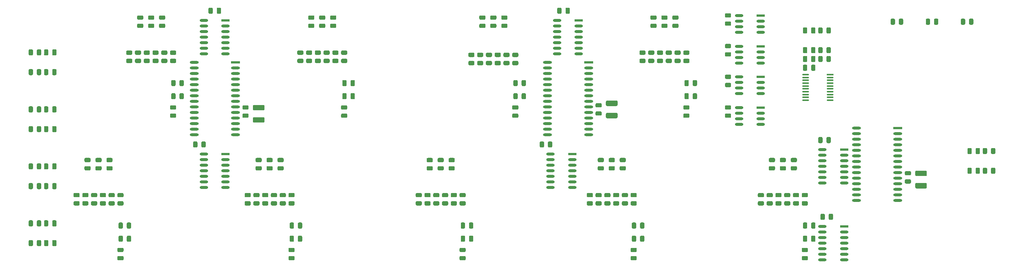
<source format=gbp>
G04 #@! TF.GenerationSoftware,KiCad,Pcbnew,(5.1.6)-1*
G04 #@! TF.CreationDate,2020-06-10T05:10:02+10:00*
G04 #@! TF.ProjectId,EncoderBoard,456e636f-6465-4724-926f-6172642e6b69,C*
G04 #@! TF.SameCoordinates,Original*
G04 #@! TF.FileFunction,Paste,Bot*
G04 #@! TF.FilePolarity,Positive*
%FSLAX46Y46*%
G04 Gerber Fmt 4.6, Leading zero omitted, Abs format (unit mm)*
G04 Created by KiCad (PCBNEW (5.1.6)-1) date 2020-06-10 05:10:02*
%MOMM*%
%LPD*%
G01*
G04 APERTURE LIST*
%ADD10R,1.950000X0.600000*%
%ADD11O,1.950000X0.600000*%
%ADD12R,2.000000X0.600000*%
%ADD13O,2.000000X0.600000*%
%ADD14O,1.600000X0.300000*%
%ADD15R,1.600000X0.300000*%
G04 APERTURE END LIST*
D10*
X193975000Y-38595000D03*
D11*
X193975000Y-39865000D03*
X193975000Y-41135000D03*
X193975000Y-42405000D03*
X189025000Y-42405000D03*
X189025000Y-41135000D03*
X189025000Y-39865000D03*
X189025000Y-38595000D03*
G36*
G01*
X229425000Y-62775000D02*
X231575000Y-62775000D01*
G75*
G02*
X231825000Y-63025000I0J-250000D01*
G01*
X231825000Y-63775000D01*
G75*
G02*
X231575000Y-64025000I-250000J0D01*
G01*
X229425000Y-64025000D01*
G75*
G02*
X229175000Y-63775000I0J250000D01*
G01*
X229175000Y-63025000D01*
G75*
G02*
X229425000Y-62775000I250000J0D01*
G01*
G37*
G36*
G01*
X229425000Y-59975000D02*
X231575000Y-59975000D01*
G75*
G02*
X231825000Y-60225000I0J-250000D01*
G01*
X231825000Y-60975000D01*
G75*
G02*
X231575000Y-61225000I-250000J0D01*
G01*
X229425000Y-61225000D01*
G75*
G02*
X229175000Y-60975000I0J250000D01*
G01*
X229175000Y-60225000D01*
G75*
G02*
X229425000Y-59975000I250000J0D01*
G01*
G37*
G36*
G01*
X76043750Y-46950000D02*
X76956250Y-46950000D01*
G75*
G02*
X77200000Y-47193750I0J-243750D01*
G01*
X77200000Y-47681250D01*
G75*
G02*
X76956250Y-47925000I-243750J0D01*
G01*
X76043750Y-47925000D01*
G75*
G02*
X75800000Y-47681250I0J243750D01*
G01*
X75800000Y-47193750D01*
G75*
G02*
X76043750Y-46950000I243750J0D01*
G01*
G37*
G36*
G01*
X76043750Y-45075000D02*
X76956250Y-45075000D01*
G75*
G02*
X77200000Y-45318750I0J-243750D01*
G01*
X77200000Y-45806250D01*
G75*
G02*
X76956250Y-46050000I-243750J0D01*
G01*
X76043750Y-46050000D01*
G75*
G02*
X75800000Y-45806250I0J243750D01*
G01*
X75800000Y-45318750D01*
G75*
G02*
X76043750Y-45075000I243750J0D01*
G01*
G37*
G36*
G01*
X78425000Y-47775000D02*
X80575000Y-47775000D01*
G75*
G02*
X80825000Y-48025000I0J-250000D01*
G01*
X80825000Y-48775000D01*
G75*
G02*
X80575000Y-49025000I-250000J0D01*
G01*
X78425000Y-49025000D01*
G75*
G02*
X78175000Y-48775000I0J250000D01*
G01*
X78175000Y-48025000D01*
G75*
G02*
X78425000Y-47775000I250000J0D01*
G01*
G37*
G36*
G01*
X78425000Y-44975000D02*
X80575000Y-44975000D01*
G75*
G02*
X80825000Y-45225000I0J-250000D01*
G01*
X80825000Y-45975000D01*
G75*
G02*
X80575000Y-46225000I-250000J0D01*
G01*
X78425000Y-46225000D01*
G75*
G02*
X78175000Y-45975000I0J250000D01*
G01*
X78175000Y-45225000D01*
G75*
G02*
X78425000Y-44975000I250000J0D01*
G01*
G37*
G36*
G01*
X156543750Y-46450000D02*
X157456250Y-46450000D01*
G75*
G02*
X157700000Y-46693750I0J-243750D01*
G01*
X157700000Y-47181250D01*
G75*
G02*
X157456250Y-47425000I-243750J0D01*
G01*
X156543750Y-47425000D01*
G75*
G02*
X156300000Y-47181250I0J243750D01*
G01*
X156300000Y-46693750D01*
G75*
G02*
X156543750Y-46450000I243750J0D01*
G01*
G37*
G36*
G01*
X156543750Y-44575000D02*
X157456250Y-44575000D01*
G75*
G02*
X157700000Y-44818750I0J-243750D01*
G01*
X157700000Y-45306250D01*
G75*
G02*
X157456250Y-45550000I-243750J0D01*
G01*
X156543750Y-45550000D01*
G75*
G02*
X156300000Y-45306250I0J243750D01*
G01*
X156300000Y-44818750D01*
G75*
G02*
X156543750Y-44575000I243750J0D01*
G01*
G37*
G36*
G01*
X158925000Y-46775000D02*
X161075000Y-46775000D01*
G75*
G02*
X161325000Y-47025000I0J-250000D01*
G01*
X161325000Y-47775000D01*
G75*
G02*
X161075000Y-48025000I-250000J0D01*
G01*
X158925000Y-48025000D01*
G75*
G02*
X158675000Y-47775000I0J250000D01*
G01*
X158675000Y-47025000D01*
G75*
G02*
X158925000Y-46775000I250000J0D01*
G01*
G37*
G36*
G01*
X158925000Y-43975000D02*
X161075000Y-43975000D01*
G75*
G02*
X161325000Y-44225000I0J-250000D01*
G01*
X161325000Y-44975000D01*
G75*
G02*
X161075000Y-45225000I-250000J0D01*
G01*
X158925000Y-45225000D01*
G75*
G02*
X158675000Y-44975000I0J250000D01*
G01*
X158675000Y-44225000D01*
G75*
G02*
X158925000Y-43975000I250000J0D01*
G01*
G37*
G36*
G01*
X227043750Y-61950000D02*
X227956250Y-61950000D01*
G75*
G02*
X228200000Y-62193750I0J-243750D01*
G01*
X228200000Y-62681250D01*
G75*
G02*
X227956250Y-62925000I-243750J0D01*
G01*
X227043750Y-62925000D01*
G75*
G02*
X226800000Y-62681250I0J243750D01*
G01*
X226800000Y-62193750D01*
G75*
G02*
X227043750Y-61950000I243750J0D01*
G01*
G37*
G36*
G01*
X227043750Y-60075000D02*
X227956250Y-60075000D01*
G75*
G02*
X228200000Y-60318750I0J-243750D01*
G01*
X228200000Y-60806250D01*
G75*
G02*
X227956250Y-61050000I-243750J0D01*
G01*
X227043750Y-61050000D01*
G75*
G02*
X226800000Y-60806250I0J243750D01*
G01*
X226800000Y-60318750D01*
G75*
G02*
X227043750Y-60075000I243750J0D01*
G01*
G37*
G36*
G01*
X205450000Y-36956250D02*
X205450000Y-36043750D01*
G75*
G02*
X205693750Y-35800000I243750J0D01*
G01*
X206181250Y-35800000D01*
G75*
G02*
X206425000Y-36043750I0J-243750D01*
G01*
X206425000Y-36956250D01*
G75*
G02*
X206181250Y-37200000I-243750J0D01*
G01*
X205693750Y-37200000D01*
G75*
G02*
X205450000Y-36956250I0J243750D01*
G01*
G37*
G36*
G01*
X203575000Y-36956250D02*
X203575000Y-36043750D01*
G75*
G02*
X203818750Y-35800000I243750J0D01*
G01*
X204306250Y-35800000D01*
G75*
G02*
X204550000Y-36043750I0J-243750D01*
G01*
X204550000Y-36956250D01*
G75*
G02*
X204306250Y-37200000I-243750J0D01*
G01*
X203818750Y-37200000D01*
G75*
G02*
X203575000Y-36956250I0J243750D01*
G01*
G37*
G36*
G01*
X53543750Y-34450000D02*
X54456250Y-34450000D01*
G75*
G02*
X54700000Y-34693750I0J-243750D01*
G01*
X54700000Y-35181250D01*
G75*
G02*
X54456250Y-35425000I-243750J0D01*
G01*
X53543750Y-35425000D01*
G75*
G02*
X53300000Y-35181250I0J243750D01*
G01*
X53300000Y-34693750D01*
G75*
G02*
X53543750Y-34450000I243750J0D01*
G01*
G37*
G36*
G01*
X53543750Y-32575000D02*
X54456250Y-32575000D01*
G75*
G02*
X54700000Y-32818750I0J-243750D01*
G01*
X54700000Y-33306250D01*
G75*
G02*
X54456250Y-33550000I-243750J0D01*
G01*
X53543750Y-33550000D01*
G75*
G02*
X53300000Y-33306250I0J243750D01*
G01*
X53300000Y-32818750D01*
G75*
G02*
X53543750Y-32575000I243750J0D01*
G01*
G37*
G36*
G01*
X55543750Y-34450000D02*
X56456250Y-34450000D01*
G75*
G02*
X56700000Y-34693750I0J-243750D01*
G01*
X56700000Y-35181250D01*
G75*
G02*
X56456250Y-35425000I-243750J0D01*
G01*
X55543750Y-35425000D01*
G75*
G02*
X55300000Y-35181250I0J243750D01*
G01*
X55300000Y-34693750D01*
G75*
G02*
X55543750Y-34450000I243750J0D01*
G01*
G37*
G36*
G01*
X55543750Y-32575000D02*
X56456250Y-32575000D01*
G75*
G02*
X56700000Y-32818750I0J-243750D01*
G01*
X56700000Y-33306250D01*
G75*
G02*
X56456250Y-33550000I-243750J0D01*
G01*
X55543750Y-33550000D01*
G75*
G02*
X55300000Y-33306250I0J243750D01*
G01*
X55300000Y-32818750D01*
G75*
G02*
X55543750Y-32575000I243750J0D01*
G01*
G37*
G36*
G01*
X224550000Y-25543750D02*
X224550000Y-26456250D01*
G75*
G02*
X224306250Y-26700000I-243750J0D01*
G01*
X223818750Y-26700000D01*
G75*
G02*
X223575000Y-26456250I0J243750D01*
G01*
X223575000Y-25543750D01*
G75*
G02*
X223818750Y-25300000I243750J0D01*
G01*
X224306250Y-25300000D01*
G75*
G02*
X224550000Y-25543750I0J-243750D01*
G01*
G37*
G36*
G01*
X226425000Y-25543750D02*
X226425000Y-26456250D01*
G75*
G02*
X226181250Y-26700000I-243750J0D01*
G01*
X225693750Y-26700000D01*
G75*
G02*
X225450000Y-26456250I0J243750D01*
G01*
X225450000Y-25543750D01*
G75*
G02*
X225693750Y-25300000I243750J0D01*
G01*
X226181250Y-25300000D01*
G75*
G02*
X226425000Y-25543750I0J-243750D01*
G01*
G37*
G36*
G01*
X232550000Y-25543750D02*
X232550000Y-26456250D01*
G75*
G02*
X232306250Y-26700000I-243750J0D01*
G01*
X231818750Y-26700000D01*
G75*
G02*
X231575000Y-26456250I0J243750D01*
G01*
X231575000Y-25543750D01*
G75*
G02*
X231818750Y-25300000I243750J0D01*
G01*
X232306250Y-25300000D01*
G75*
G02*
X232550000Y-25543750I0J-243750D01*
G01*
G37*
G36*
G01*
X234425000Y-25543750D02*
X234425000Y-26456250D01*
G75*
G02*
X234181250Y-26700000I-243750J0D01*
G01*
X233693750Y-26700000D01*
G75*
G02*
X233450000Y-26456250I0J243750D01*
G01*
X233450000Y-25543750D01*
G75*
G02*
X233693750Y-25300000I243750J0D01*
G01*
X234181250Y-25300000D01*
G75*
G02*
X234425000Y-25543750I0J-243750D01*
G01*
G37*
G36*
G01*
X240550000Y-25543750D02*
X240550000Y-26456250D01*
G75*
G02*
X240306250Y-26700000I-243750J0D01*
G01*
X239818750Y-26700000D01*
G75*
G02*
X239575000Y-26456250I0J243750D01*
G01*
X239575000Y-25543750D01*
G75*
G02*
X239818750Y-25300000I243750J0D01*
G01*
X240306250Y-25300000D01*
G75*
G02*
X240550000Y-25543750I0J-243750D01*
G01*
G37*
G36*
G01*
X242425000Y-25543750D02*
X242425000Y-26456250D01*
G75*
G02*
X242181250Y-26700000I-243750J0D01*
G01*
X241693750Y-26700000D01*
G75*
G02*
X241450000Y-26456250I0J243750D01*
G01*
X241450000Y-25543750D01*
G75*
G02*
X241693750Y-25300000I243750J0D01*
G01*
X242181250Y-25300000D01*
G75*
G02*
X242425000Y-25543750I0J-243750D01*
G01*
G37*
G36*
G01*
X60550000Y-42543750D02*
X60550000Y-43456250D01*
G75*
G02*
X60306250Y-43700000I-243750J0D01*
G01*
X59818750Y-43700000D01*
G75*
G02*
X59575000Y-43456250I0J243750D01*
G01*
X59575000Y-42543750D01*
G75*
G02*
X59818750Y-42300000I243750J0D01*
G01*
X60306250Y-42300000D01*
G75*
G02*
X60550000Y-42543750I0J-243750D01*
G01*
G37*
G36*
G01*
X62425000Y-42543750D02*
X62425000Y-43456250D01*
G75*
G02*
X62181250Y-43700000I-243750J0D01*
G01*
X61693750Y-43700000D01*
G75*
G02*
X61450000Y-43456250I0J243750D01*
G01*
X61450000Y-42543750D01*
G75*
G02*
X61693750Y-42300000I243750J0D01*
G01*
X62181250Y-42300000D01*
G75*
G02*
X62425000Y-42543750I0J-243750D01*
G01*
G37*
G36*
G01*
X60550000Y-39543750D02*
X60550000Y-40456250D01*
G75*
G02*
X60306250Y-40700000I-243750J0D01*
G01*
X59818750Y-40700000D01*
G75*
G02*
X59575000Y-40456250I0J243750D01*
G01*
X59575000Y-39543750D01*
G75*
G02*
X59818750Y-39300000I243750J0D01*
G01*
X60306250Y-39300000D01*
G75*
G02*
X60550000Y-39543750I0J-243750D01*
G01*
G37*
G36*
G01*
X62425000Y-39543750D02*
X62425000Y-40456250D01*
G75*
G02*
X62181250Y-40700000I-243750J0D01*
G01*
X61693750Y-40700000D01*
G75*
G02*
X61450000Y-40456250I0J243750D01*
G01*
X61450000Y-39543750D01*
G75*
G02*
X61693750Y-39300000I243750J0D01*
G01*
X62181250Y-39300000D01*
G75*
G02*
X62425000Y-39543750I0J-243750D01*
G01*
G37*
G36*
G01*
X99550000Y-42543750D02*
X99550000Y-43456250D01*
G75*
G02*
X99306250Y-43700000I-243750J0D01*
G01*
X98818750Y-43700000D01*
G75*
G02*
X98575000Y-43456250I0J243750D01*
G01*
X98575000Y-42543750D01*
G75*
G02*
X98818750Y-42300000I243750J0D01*
G01*
X99306250Y-42300000D01*
G75*
G02*
X99550000Y-42543750I0J-243750D01*
G01*
G37*
G36*
G01*
X101425000Y-42543750D02*
X101425000Y-43456250D01*
G75*
G02*
X101181250Y-43700000I-243750J0D01*
G01*
X100693750Y-43700000D01*
G75*
G02*
X100450000Y-43456250I0J243750D01*
G01*
X100450000Y-42543750D01*
G75*
G02*
X100693750Y-42300000I243750J0D01*
G01*
X101181250Y-42300000D01*
G75*
G02*
X101425000Y-42543750I0J-243750D01*
G01*
G37*
G36*
G01*
X99550000Y-39543750D02*
X99550000Y-40456250D01*
G75*
G02*
X99306250Y-40700000I-243750J0D01*
G01*
X98818750Y-40700000D01*
G75*
G02*
X98575000Y-40456250I0J243750D01*
G01*
X98575000Y-39543750D01*
G75*
G02*
X98818750Y-39300000I243750J0D01*
G01*
X99306250Y-39300000D01*
G75*
G02*
X99550000Y-39543750I0J-243750D01*
G01*
G37*
G36*
G01*
X101425000Y-39543750D02*
X101425000Y-40456250D01*
G75*
G02*
X101181250Y-40700000I-243750J0D01*
G01*
X100693750Y-40700000D01*
G75*
G02*
X100450000Y-40456250I0J243750D01*
G01*
X100450000Y-39543750D01*
G75*
G02*
X100693750Y-39300000I243750J0D01*
G01*
X101181250Y-39300000D01*
G75*
G02*
X101425000Y-39543750I0J-243750D01*
G01*
G37*
G36*
G01*
X138550000Y-42543750D02*
X138550000Y-43456250D01*
G75*
G02*
X138306250Y-43700000I-243750J0D01*
G01*
X137818750Y-43700000D01*
G75*
G02*
X137575000Y-43456250I0J243750D01*
G01*
X137575000Y-42543750D01*
G75*
G02*
X137818750Y-42300000I243750J0D01*
G01*
X138306250Y-42300000D01*
G75*
G02*
X138550000Y-42543750I0J-243750D01*
G01*
G37*
G36*
G01*
X140425000Y-42543750D02*
X140425000Y-43456250D01*
G75*
G02*
X140181250Y-43700000I-243750J0D01*
G01*
X139693750Y-43700000D01*
G75*
G02*
X139450000Y-43456250I0J243750D01*
G01*
X139450000Y-42543750D01*
G75*
G02*
X139693750Y-42300000I243750J0D01*
G01*
X140181250Y-42300000D01*
G75*
G02*
X140425000Y-42543750I0J-243750D01*
G01*
G37*
G36*
G01*
X138550000Y-39543750D02*
X138550000Y-40456250D01*
G75*
G02*
X138306250Y-40700000I-243750J0D01*
G01*
X137818750Y-40700000D01*
G75*
G02*
X137575000Y-40456250I0J243750D01*
G01*
X137575000Y-39543750D01*
G75*
G02*
X137818750Y-39300000I243750J0D01*
G01*
X138306250Y-39300000D01*
G75*
G02*
X138550000Y-39543750I0J-243750D01*
G01*
G37*
G36*
G01*
X140425000Y-39543750D02*
X140425000Y-40456250D01*
G75*
G02*
X140181250Y-40700000I-243750J0D01*
G01*
X139693750Y-40700000D01*
G75*
G02*
X139450000Y-40456250I0J243750D01*
G01*
X139450000Y-39543750D01*
G75*
G02*
X139693750Y-39300000I243750J0D01*
G01*
X140181250Y-39300000D01*
G75*
G02*
X140425000Y-39543750I0J-243750D01*
G01*
G37*
G36*
G01*
X177550000Y-42543750D02*
X177550000Y-43456250D01*
G75*
G02*
X177306250Y-43700000I-243750J0D01*
G01*
X176818750Y-43700000D01*
G75*
G02*
X176575000Y-43456250I0J243750D01*
G01*
X176575000Y-42543750D01*
G75*
G02*
X176818750Y-42300000I243750J0D01*
G01*
X177306250Y-42300000D01*
G75*
G02*
X177550000Y-42543750I0J-243750D01*
G01*
G37*
G36*
G01*
X179425000Y-42543750D02*
X179425000Y-43456250D01*
G75*
G02*
X179181250Y-43700000I-243750J0D01*
G01*
X178693750Y-43700000D01*
G75*
G02*
X178450000Y-43456250I0J243750D01*
G01*
X178450000Y-42543750D01*
G75*
G02*
X178693750Y-42300000I243750J0D01*
G01*
X179181250Y-42300000D01*
G75*
G02*
X179425000Y-42543750I0J-243750D01*
G01*
G37*
G36*
G01*
X177550000Y-39543750D02*
X177550000Y-40456250D01*
G75*
G02*
X177306250Y-40700000I-243750J0D01*
G01*
X176818750Y-40700000D01*
G75*
G02*
X176575000Y-40456250I0J243750D01*
G01*
X176575000Y-39543750D01*
G75*
G02*
X176818750Y-39300000I243750J0D01*
G01*
X177306250Y-39300000D01*
G75*
G02*
X177550000Y-39543750I0J-243750D01*
G01*
G37*
G36*
G01*
X179425000Y-39543750D02*
X179425000Y-40456250D01*
G75*
G02*
X179181250Y-40700000I-243750J0D01*
G01*
X178693750Y-40700000D01*
G75*
G02*
X178450000Y-40456250I0J243750D01*
G01*
X178450000Y-39543750D01*
G75*
G02*
X178693750Y-39300000I243750J0D01*
G01*
X179181250Y-39300000D01*
G75*
G02*
X179425000Y-39543750I0J-243750D01*
G01*
G37*
G36*
G01*
X48550000Y-75043750D02*
X48550000Y-75956250D01*
G75*
G02*
X48306250Y-76200000I-243750J0D01*
G01*
X47818750Y-76200000D01*
G75*
G02*
X47575000Y-75956250I0J243750D01*
G01*
X47575000Y-75043750D01*
G75*
G02*
X47818750Y-74800000I243750J0D01*
G01*
X48306250Y-74800000D01*
G75*
G02*
X48550000Y-75043750I0J-243750D01*
G01*
G37*
G36*
G01*
X50425000Y-75043750D02*
X50425000Y-75956250D01*
G75*
G02*
X50181250Y-76200000I-243750J0D01*
G01*
X49693750Y-76200000D01*
G75*
G02*
X49450000Y-75956250I0J243750D01*
G01*
X49450000Y-75043750D01*
G75*
G02*
X49693750Y-74800000I243750J0D01*
G01*
X50181250Y-74800000D01*
G75*
G02*
X50425000Y-75043750I0J-243750D01*
G01*
G37*
G36*
G01*
X48550000Y-72043750D02*
X48550000Y-72956250D01*
G75*
G02*
X48306250Y-73200000I-243750J0D01*
G01*
X47818750Y-73200000D01*
G75*
G02*
X47575000Y-72956250I0J243750D01*
G01*
X47575000Y-72043750D01*
G75*
G02*
X47818750Y-71800000I243750J0D01*
G01*
X48306250Y-71800000D01*
G75*
G02*
X48550000Y-72043750I0J-243750D01*
G01*
G37*
G36*
G01*
X50425000Y-72043750D02*
X50425000Y-72956250D01*
G75*
G02*
X50181250Y-73200000I-243750J0D01*
G01*
X49693750Y-73200000D01*
G75*
G02*
X49450000Y-72956250I0J243750D01*
G01*
X49450000Y-72043750D01*
G75*
G02*
X49693750Y-71800000I243750J0D01*
G01*
X50181250Y-71800000D01*
G75*
G02*
X50425000Y-72043750I0J-243750D01*
G01*
G37*
G36*
G01*
X87550000Y-75043750D02*
X87550000Y-75956250D01*
G75*
G02*
X87306250Y-76200000I-243750J0D01*
G01*
X86818750Y-76200000D01*
G75*
G02*
X86575000Y-75956250I0J243750D01*
G01*
X86575000Y-75043750D01*
G75*
G02*
X86818750Y-74800000I243750J0D01*
G01*
X87306250Y-74800000D01*
G75*
G02*
X87550000Y-75043750I0J-243750D01*
G01*
G37*
G36*
G01*
X89425000Y-75043750D02*
X89425000Y-75956250D01*
G75*
G02*
X89181250Y-76200000I-243750J0D01*
G01*
X88693750Y-76200000D01*
G75*
G02*
X88450000Y-75956250I0J243750D01*
G01*
X88450000Y-75043750D01*
G75*
G02*
X88693750Y-74800000I243750J0D01*
G01*
X89181250Y-74800000D01*
G75*
G02*
X89425000Y-75043750I0J-243750D01*
G01*
G37*
G36*
G01*
X87550000Y-72043750D02*
X87550000Y-72956250D01*
G75*
G02*
X87306250Y-73200000I-243750J0D01*
G01*
X86818750Y-73200000D01*
G75*
G02*
X86575000Y-72956250I0J243750D01*
G01*
X86575000Y-72043750D01*
G75*
G02*
X86818750Y-71800000I243750J0D01*
G01*
X87306250Y-71800000D01*
G75*
G02*
X87550000Y-72043750I0J-243750D01*
G01*
G37*
G36*
G01*
X89425000Y-72043750D02*
X89425000Y-72956250D01*
G75*
G02*
X89181250Y-73200000I-243750J0D01*
G01*
X88693750Y-73200000D01*
G75*
G02*
X88450000Y-72956250I0J243750D01*
G01*
X88450000Y-72043750D01*
G75*
G02*
X88693750Y-71800000I243750J0D01*
G01*
X89181250Y-71800000D01*
G75*
G02*
X89425000Y-72043750I0J-243750D01*
G01*
G37*
G36*
G01*
X126550000Y-75043750D02*
X126550000Y-75956250D01*
G75*
G02*
X126306250Y-76200000I-243750J0D01*
G01*
X125818750Y-76200000D01*
G75*
G02*
X125575000Y-75956250I0J243750D01*
G01*
X125575000Y-75043750D01*
G75*
G02*
X125818750Y-74800000I243750J0D01*
G01*
X126306250Y-74800000D01*
G75*
G02*
X126550000Y-75043750I0J-243750D01*
G01*
G37*
G36*
G01*
X128425000Y-75043750D02*
X128425000Y-75956250D01*
G75*
G02*
X128181250Y-76200000I-243750J0D01*
G01*
X127693750Y-76200000D01*
G75*
G02*
X127450000Y-75956250I0J243750D01*
G01*
X127450000Y-75043750D01*
G75*
G02*
X127693750Y-74800000I243750J0D01*
G01*
X128181250Y-74800000D01*
G75*
G02*
X128425000Y-75043750I0J-243750D01*
G01*
G37*
G36*
G01*
X126550000Y-72043750D02*
X126550000Y-72956250D01*
G75*
G02*
X126306250Y-73200000I-243750J0D01*
G01*
X125818750Y-73200000D01*
G75*
G02*
X125575000Y-72956250I0J243750D01*
G01*
X125575000Y-72043750D01*
G75*
G02*
X125818750Y-71800000I243750J0D01*
G01*
X126306250Y-71800000D01*
G75*
G02*
X126550000Y-72043750I0J-243750D01*
G01*
G37*
G36*
G01*
X128425000Y-72043750D02*
X128425000Y-72956250D01*
G75*
G02*
X128181250Y-73200000I-243750J0D01*
G01*
X127693750Y-73200000D01*
G75*
G02*
X127450000Y-72956250I0J243750D01*
G01*
X127450000Y-72043750D01*
G75*
G02*
X127693750Y-71800000I243750J0D01*
G01*
X128181250Y-71800000D01*
G75*
G02*
X128425000Y-72043750I0J-243750D01*
G01*
G37*
G36*
G01*
X165550000Y-75043750D02*
X165550000Y-75956250D01*
G75*
G02*
X165306250Y-76200000I-243750J0D01*
G01*
X164818750Y-76200000D01*
G75*
G02*
X164575000Y-75956250I0J243750D01*
G01*
X164575000Y-75043750D01*
G75*
G02*
X164818750Y-74800000I243750J0D01*
G01*
X165306250Y-74800000D01*
G75*
G02*
X165550000Y-75043750I0J-243750D01*
G01*
G37*
G36*
G01*
X167425000Y-75043750D02*
X167425000Y-75956250D01*
G75*
G02*
X167181250Y-76200000I-243750J0D01*
G01*
X166693750Y-76200000D01*
G75*
G02*
X166450000Y-75956250I0J243750D01*
G01*
X166450000Y-75043750D01*
G75*
G02*
X166693750Y-74800000I243750J0D01*
G01*
X167181250Y-74800000D01*
G75*
G02*
X167425000Y-75043750I0J-243750D01*
G01*
G37*
G36*
G01*
X165550000Y-72043750D02*
X165550000Y-72956250D01*
G75*
G02*
X165306250Y-73200000I-243750J0D01*
G01*
X164818750Y-73200000D01*
G75*
G02*
X164575000Y-72956250I0J243750D01*
G01*
X164575000Y-72043750D01*
G75*
G02*
X164818750Y-71800000I243750J0D01*
G01*
X165306250Y-71800000D01*
G75*
G02*
X165550000Y-72043750I0J-243750D01*
G01*
G37*
G36*
G01*
X167425000Y-72043750D02*
X167425000Y-72956250D01*
G75*
G02*
X167181250Y-73200000I-243750J0D01*
G01*
X166693750Y-73200000D01*
G75*
G02*
X166450000Y-72956250I0J243750D01*
G01*
X166450000Y-72043750D01*
G75*
G02*
X166693750Y-71800000I243750J0D01*
G01*
X167181250Y-71800000D01*
G75*
G02*
X167425000Y-72043750I0J-243750D01*
G01*
G37*
G36*
G01*
X204550000Y-75043750D02*
X204550000Y-75956250D01*
G75*
G02*
X204306250Y-76200000I-243750J0D01*
G01*
X203818750Y-76200000D01*
G75*
G02*
X203575000Y-75956250I0J243750D01*
G01*
X203575000Y-75043750D01*
G75*
G02*
X203818750Y-74800000I243750J0D01*
G01*
X204306250Y-74800000D01*
G75*
G02*
X204550000Y-75043750I0J-243750D01*
G01*
G37*
G36*
G01*
X206425000Y-75043750D02*
X206425000Y-75956250D01*
G75*
G02*
X206181250Y-76200000I-243750J0D01*
G01*
X205693750Y-76200000D01*
G75*
G02*
X205450000Y-75956250I0J243750D01*
G01*
X205450000Y-75043750D01*
G75*
G02*
X205693750Y-74800000I243750J0D01*
G01*
X206181250Y-74800000D01*
G75*
G02*
X206425000Y-75043750I0J-243750D01*
G01*
G37*
G36*
G01*
X204550000Y-72043750D02*
X204550000Y-72956250D01*
G75*
G02*
X204306250Y-73200000I-243750J0D01*
G01*
X203818750Y-73200000D01*
G75*
G02*
X203575000Y-72956250I0J243750D01*
G01*
X203575000Y-72043750D01*
G75*
G02*
X203818750Y-71800000I243750J0D01*
G01*
X204306250Y-71800000D01*
G75*
G02*
X204550000Y-72043750I0J-243750D01*
G01*
G37*
G36*
G01*
X206425000Y-72043750D02*
X206425000Y-72956250D01*
G75*
G02*
X206181250Y-73200000I-243750J0D01*
G01*
X205693750Y-73200000D01*
G75*
G02*
X205450000Y-72956250I0J243750D01*
G01*
X205450000Y-72043750D01*
G75*
G02*
X205693750Y-71800000I243750J0D01*
G01*
X206181250Y-71800000D01*
G75*
G02*
X206425000Y-72043750I0J-243750D01*
G01*
G37*
G36*
G01*
X49543750Y-34450000D02*
X50456250Y-34450000D01*
G75*
G02*
X50700000Y-34693750I0J-243750D01*
G01*
X50700000Y-35181250D01*
G75*
G02*
X50456250Y-35425000I-243750J0D01*
G01*
X49543750Y-35425000D01*
G75*
G02*
X49300000Y-35181250I0J243750D01*
G01*
X49300000Y-34693750D01*
G75*
G02*
X49543750Y-34450000I243750J0D01*
G01*
G37*
G36*
G01*
X49543750Y-32575000D02*
X50456250Y-32575000D01*
G75*
G02*
X50700000Y-32818750I0J-243750D01*
G01*
X50700000Y-33306250D01*
G75*
G02*
X50456250Y-33550000I-243750J0D01*
G01*
X49543750Y-33550000D01*
G75*
G02*
X49300000Y-33306250I0J243750D01*
G01*
X49300000Y-32818750D01*
G75*
G02*
X49543750Y-32575000I243750J0D01*
G01*
G37*
G36*
G01*
X59543750Y-34450000D02*
X60456250Y-34450000D01*
G75*
G02*
X60700000Y-34693750I0J-243750D01*
G01*
X60700000Y-35181250D01*
G75*
G02*
X60456250Y-35425000I-243750J0D01*
G01*
X59543750Y-35425000D01*
G75*
G02*
X59300000Y-35181250I0J243750D01*
G01*
X59300000Y-34693750D01*
G75*
G02*
X59543750Y-34450000I243750J0D01*
G01*
G37*
G36*
G01*
X59543750Y-32575000D02*
X60456250Y-32575000D01*
G75*
G02*
X60700000Y-32818750I0J-243750D01*
G01*
X60700000Y-33306250D01*
G75*
G02*
X60456250Y-33550000I-243750J0D01*
G01*
X59543750Y-33550000D01*
G75*
G02*
X59300000Y-33306250I0J243750D01*
G01*
X59300000Y-32818750D01*
G75*
G02*
X59543750Y-32575000I243750J0D01*
G01*
G37*
G36*
G01*
X242950000Y-60456250D02*
X242950000Y-59543750D01*
G75*
G02*
X243193750Y-59300000I243750J0D01*
G01*
X243681250Y-59300000D01*
G75*
G02*
X243925000Y-59543750I0J-243750D01*
G01*
X243925000Y-60456250D01*
G75*
G02*
X243681250Y-60700000I-243750J0D01*
G01*
X243193750Y-60700000D01*
G75*
G02*
X242950000Y-60456250I0J243750D01*
G01*
G37*
G36*
G01*
X241075000Y-60456250D02*
X241075000Y-59543750D01*
G75*
G02*
X241318750Y-59300000I243750J0D01*
G01*
X241806250Y-59300000D01*
G75*
G02*
X242050000Y-59543750I0J-243750D01*
G01*
X242050000Y-60456250D01*
G75*
G02*
X241806250Y-60700000I-243750J0D01*
G01*
X241318750Y-60700000D01*
G75*
G02*
X241075000Y-60456250I0J243750D01*
G01*
G37*
G36*
G01*
X52456250Y-33550000D02*
X51543750Y-33550000D01*
G75*
G02*
X51300000Y-33306250I0J243750D01*
G01*
X51300000Y-32818750D01*
G75*
G02*
X51543750Y-32575000I243750J0D01*
G01*
X52456250Y-32575000D01*
G75*
G02*
X52700000Y-32818750I0J-243750D01*
G01*
X52700000Y-33306250D01*
G75*
G02*
X52456250Y-33550000I-243750J0D01*
G01*
G37*
G36*
G01*
X52456250Y-35425000D02*
X51543750Y-35425000D01*
G75*
G02*
X51300000Y-35181250I0J243750D01*
G01*
X51300000Y-34693750D01*
G75*
G02*
X51543750Y-34450000I243750J0D01*
G01*
X52456250Y-34450000D01*
G75*
G02*
X52700000Y-34693750I0J-243750D01*
G01*
X52700000Y-35181250D01*
G75*
G02*
X52456250Y-35425000I-243750J0D01*
G01*
G37*
G36*
G01*
X58456250Y-33550000D02*
X57543750Y-33550000D01*
G75*
G02*
X57300000Y-33306250I0J243750D01*
G01*
X57300000Y-32818750D01*
G75*
G02*
X57543750Y-32575000I243750J0D01*
G01*
X58456250Y-32575000D01*
G75*
G02*
X58700000Y-32818750I0J-243750D01*
G01*
X58700000Y-33306250D01*
G75*
G02*
X58456250Y-33550000I-243750J0D01*
G01*
G37*
G36*
G01*
X58456250Y-35425000D02*
X57543750Y-35425000D01*
G75*
G02*
X57300000Y-35181250I0J243750D01*
G01*
X57300000Y-34693750D01*
G75*
G02*
X57543750Y-34450000I243750J0D01*
G01*
X58456250Y-34450000D01*
G75*
G02*
X58700000Y-34693750I0J-243750D01*
G01*
X58700000Y-35181250D01*
G75*
G02*
X58456250Y-35425000I-243750J0D01*
G01*
G37*
G36*
G01*
X203575000Y-32956250D02*
X203575000Y-32043750D01*
G75*
G02*
X203818750Y-31800000I243750J0D01*
G01*
X204306250Y-31800000D01*
G75*
G02*
X204550000Y-32043750I0J-243750D01*
G01*
X204550000Y-32956250D01*
G75*
G02*
X204306250Y-33200000I-243750J0D01*
G01*
X203818750Y-33200000D01*
G75*
G02*
X203575000Y-32956250I0J243750D01*
G01*
G37*
G36*
G01*
X205450000Y-32956250D02*
X205450000Y-32043750D01*
G75*
G02*
X205693750Y-31800000I243750J0D01*
G01*
X206181250Y-31800000D01*
G75*
G02*
X206425000Y-32043750I0J-243750D01*
G01*
X206425000Y-32956250D01*
G75*
G02*
X206181250Y-33200000I-243750J0D01*
G01*
X205693750Y-33200000D01*
G75*
G02*
X205450000Y-32956250I0J243750D01*
G01*
G37*
G36*
G01*
X28950000Y-37956250D02*
X28950000Y-37043750D01*
G75*
G02*
X29193750Y-36800000I243750J0D01*
G01*
X29681250Y-36800000D01*
G75*
G02*
X29925000Y-37043750I0J-243750D01*
G01*
X29925000Y-37956250D01*
G75*
G02*
X29681250Y-38200000I-243750J0D01*
G01*
X29193750Y-38200000D01*
G75*
G02*
X28950000Y-37956250I0J243750D01*
G01*
G37*
G36*
G01*
X27075000Y-37956250D02*
X27075000Y-37043750D01*
G75*
G02*
X27318750Y-36800000I243750J0D01*
G01*
X27806250Y-36800000D01*
G75*
G02*
X28050000Y-37043750I0J-243750D01*
G01*
X28050000Y-37956250D01*
G75*
G02*
X27806250Y-38200000I-243750J0D01*
G01*
X27318750Y-38200000D01*
G75*
G02*
X27075000Y-37956250I0J243750D01*
G01*
G37*
G36*
G01*
X28950000Y-50956250D02*
X28950000Y-50043750D01*
G75*
G02*
X29193750Y-49800000I243750J0D01*
G01*
X29681250Y-49800000D01*
G75*
G02*
X29925000Y-50043750I0J-243750D01*
G01*
X29925000Y-50956250D01*
G75*
G02*
X29681250Y-51200000I-243750J0D01*
G01*
X29193750Y-51200000D01*
G75*
G02*
X28950000Y-50956250I0J243750D01*
G01*
G37*
G36*
G01*
X27075000Y-50956250D02*
X27075000Y-50043750D01*
G75*
G02*
X27318750Y-49800000I243750J0D01*
G01*
X27806250Y-49800000D01*
G75*
G02*
X28050000Y-50043750I0J-243750D01*
G01*
X28050000Y-50956250D01*
G75*
G02*
X27806250Y-51200000I-243750J0D01*
G01*
X27318750Y-51200000D01*
G75*
G02*
X27075000Y-50956250I0J243750D01*
G01*
G37*
G36*
G01*
X28950000Y-63956250D02*
X28950000Y-63043750D01*
G75*
G02*
X29193750Y-62800000I243750J0D01*
G01*
X29681250Y-62800000D01*
G75*
G02*
X29925000Y-63043750I0J-243750D01*
G01*
X29925000Y-63956250D01*
G75*
G02*
X29681250Y-64200000I-243750J0D01*
G01*
X29193750Y-64200000D01*
G75*
G02*
X28950000Y-63956250I0J243750D01*
G01*
G37*
G36*
G01*
X27075000Y-63956250D02*
X27075000Y-63043750D01*
G75*
G02*
X27318750Y-62800000I243750J0D01*
G01*
X27806250Y-62800000D01*
G75*
G02*
X28050000Y-63043750I0J-243750D01*
G01*
X28050000Y-63956250D01*
G75*
G02*
X27806250Y-64200000I-243750J0D01*
G01*
X27318750Y-64200000D01*
G75*
G02*
X27075000Y-63956250I0J243750D01*
G01*
G37*
G36*
G01*
X28950000Y-76956250D02*
X28950000Y-76043750D01*
G75*
G02*
X29193750Y-75800000I243750J0D01*
G01*
X29681250Y-75800000D01*
G75*
G02*
X29925000Y-76043750I0J-243750D01*
G01*
X29925000Y-76956250D01*
G75*
G02*
X29681250Y-77200000I-243750J0D01*
G01*
X29193750Y-77200000D01*
G75*
G02*
X28950000Y-76956250I0J243750D01*
G01*
G37*
G36*
G01*
X27075000Y-76956250D02*
X27075000Y-76043750D01*
G75*
G02*
X27318750Y-75800000I243750J0D01*
G01*
X27806250Y-75800000D01*
G75*
G02*
X28050000Y-76043750I0J-243750D01*
G01*
X28050000Y-76956250D01*
G75*
G02*
X27806250Y-77200000I-243750J0D01*
G01*
X27318750Y-77200000D01*
G75*
G02*
X27075000Y-76956250I0J243750D01*
G01*
G37*
D12*
X74200000Y-35245000D03*
D13*
X74200000Y-36515000D03*
X74200000Y-37785000D03*
X74200000Y-39055000D03*
X74200000Y-40325000D03*
X74200000Y-41595000D03*
X74200000Y-42865000D03*
X74200000Y-44135000D03*
X74200000Y-45405000D03*
X74200000Y-46675000D03*
X74200000Y-47945000D03*
X74200000Y-49215000D03*
X74200000Y-50485000D03*
X74200000Y-51755000D03*
X64800000Y-51755000D03*
X64800000Y-50485000D03*
X64800000Y-49215000D03*
X64800000Y-47945000D03*
X64800000Y-46675000D03*
X64800000Y-45405000D03*
X64800000Y-44135000D03*
X64800000Y-42865000D03*
X64800000Y-41595000D03*
X64800000Y-40325000D03*
X64800000Y-39055000D03*
X64800000Y-37785000D03*
X64800000Y-36515000D03*
X64800000Y-35245000D03*
D12*
X154700000Y-35245000D03*
D13*
X154700000Y-36515000D03*
X154700000Y-37785000D03*
X154700000Y-39055000D03*
X154700000Y-40325000D03*
X154700000Y-41595000D03*
X154700000Y-42865000D03*
X154700000Y-44135000D03*
X154700000Y-45405000D03*
X154700000Y-46675000D03*
X154700000Y-47945000D03*
X154700000Y-49215000D03*
X154700000Y-50485000D03*
X154700000Y-51755000D03*
X145300000Y-51755000D03*
X145300000Y-50485000D03*
X145300000Y-49215000D03*
X145300000Y-47945000D03*
X145300000Y-46675000D03*
X145300000Y-45405000D03*
X145300000Y-44135000D03*
X145300000Y-42865000D03*
X145300000Y-41595000D03*
X145300000Y-40325000D03*
X145300000Y-39055000D03*
X145300000Y-37785000D03*
X145300000Y-36515000D03*
X145300000Y-35245000D03*
D12*
X225200000Y-50245000D03*
D13*
X225200000Y-51515000D03*
X225200000Y-52785000D03*
X225200000Y-54055000D03*
X225200000Y-55325000D03*
X225200000Y-56595000D03*
X225200000Y-57865000D03*
X225200000Y-59135000D03*
X225200000Y-60405000D03*
X225200000Y-61675000D03*
X225200000Y-62945000D03*
X225200000Y-64215000D03*
X225200000Y-65485000D03*
X225200000Y-66755000D03*
X215800000Y-66755000D03*
X215800000Y-65485000D03*
X215800000Y-64215000D03*
X215800000Y-62945000D03*
X215800000Y-61675000D03*
X215800000Y-60405000D03*
X215800000Y-59135000D03*
X215800000Y-57865000D03*
X215800000Y-56595000D03*
X215800000Y-55325000D03*
X215800000Y-54055000D03*
X215800000Y-52785000D03*
X215800000Y-51515000D03*
X215800000Y-50245000D03*
D10*
X193975000Y-24595000D03*
D11*
X193975000Y-25865000D03*
X193975000Y-27135000D03*
X193975000Y-28405000D03*
X189025000Y-28405000D03*
X189025000Y-27135000D03*
X189025000Y-25865000D03*
X189025000Y-24595000D03*
G36*
G01*
X52956250Y-25550000D02*
X52043750Y-25550000D01*
G75*
G02*
X51800000Y-25306250I0J243750D01*
G01*
X51800000Y-24818750D01*
G75*
G02*
X52043750Y-24575000I243750J0D01*
G01*
X52956250Y-24575000D01*
G75*
G02*
X53200000Y-24818750I0J-243750D01*
G01*
X53200000Y-25306250D01*
G75*
G02*
X52956250Y-25550000I-243750J0D01*
G01*
G37*
G36*
G01*
X52956250Y-27425000D02*
X52043750Y-27425000D01*
G75*
G02*
X51800000Y-27181250I0J243750D01*
G01*
X51800000Y-26693750D01*
G75*
G02*
X52043750Y-26450000I243750J0D01*
G01*
X52956250Y-26450000D01*
G75*
G02*
X53200000Y-26693750I0J-243750D01*
G01*
X53200000Y-27181250D01*
G75*
G02*
X52956250Y-27425000I-243750J0D01*
G01*
G37*
G36*
G01*
X79956250Y-58050000D02*
X79043750Y-58050000D01*
G75*
G02*
X78800000Y-57806250I0J243750D01*
G01*
X78800000Y-57318750D01*
G75*
G02*
X79043750Y-57075000I243750J0D01*
G01*
X79956250Y-57075000D01*
G75*
G02*
X80200000Y-57318750I0J-243750D01*
G01*
X80200000Y-57806250D01*
G75*
G02*
X79956250Y-58050000I-243750J0D01*
G01*
G37*
G36*
G01*
X79956250Y-59925000D02*
X79043750Y-59925000D01*
G75*
G02*
X78800000Y-59681250I0J243750D01*
G01*
X78800000Y-59193750D01*
G75*
G02*
X79043750Y-58950000I243750J0D01*
G01*
X79956250Y-58950000D01*
G75*
G02*
X80200000Y-59193750I0J-243750D01*
G01*
X80200000Y-59681250D01*
G75*
G02*
X79956250Y-59925000I-243750J0D01*
G01*
G37*
G36*
G01*
X80543750Y-66950000D02*
X81456250Y-66950000D01*
G75*
G02*
X81700000Y-67193750I0J-243750D01*
G01*
X81700000Y-67681250D01*
G75*
G02*
X81456250Y-67925000I-243750J0D01*
G01*
X80543750Y-67925000D01*
G75*
G02*
X80300000Y-67681250I0J243750D01*
G01*
X80300000Y-67193750D01*
G75*
G02*
X80543750Y-66950000I243750J0D01*
G01*
G37*
G36*
G01*
X80543750Y-65075000D02*
X81456250Y-65075000D01*
G75*
G02*
X81700000Y-65318750I0J-243750D01*
G01*
X81700000Y-65806250D01*
G75*
G02*
X81456250Y-66050000I-243750J0D01*
G01*
X80543750Y-66050000D01*
G75*
G02*
X80300000Y-65806250I0J243750D01*
G01*
X80300000Y-65318750D01*
G75*
G02*
X80543750Y-65075000I243750J0D01*
G01*
G37*
G36*
G01*
X82543750Y-66950000D02*
X83456250Y-66950000D01*
G75*
G02*
X83700000Y-67193750I0J-243750D01*
G01*
X83700000Y-67681250D01*
G75*
G02*
X83456250Y-67925000I-243750J0D01*
G01*
X82543750Y-67925000D01*
G75*
G02*
X82300000Y-67681250I0J243750D01*
G01*
X82300000Y-67193750D01*
G75*
G02*
X82543750Y-66950000I243750J0D01*
G01*
G37*
G36*
G01*
X82543750Y-65075000D02*
X83456250Y-65075000D01*
G75*
G02*
X83700000Y-65318750I0J-243750D01*
G01*
X83700000Y-65806250D01*
G75*
G02*
X83456250Y-66050000I-243750J0D01*
G01*
X82543750Y-66050000D01*
G75*
G02*
X82300000Y-65806250I0J243750D01*
G01*
X82300000Y-65318750D01*
G75*
G02*
X82543750Y-65075000I243750J0D01*
G01*
G37*
G36*
G01*
X245550000Y-59543750D02*
X245550000Y-60456250D01*
G75*
G02*
X245306250Y-60700000I-243750J0D01*
G01*
X244818750Y-60700000D01*
G75*
G02*
X244575000Y-60456250I0J243750D01*
G01*
X244575000Y-59543750D01*
G75*
G02*
X244818750Y-59300000I243750J0D01*
G01*
X245306250Y-59300000D01*
G75*
G02*
X245550000Y-59543750I0J-243750D01*
G01*
G37*
G36*
G01*
X247425000Y-59543750D02*
X247425000Y-60456250D01*
G75*
G02*
X247181250Y-60700000I-243750J0D01*
G01*
X246693750Y-60700000D01*
G75*
G02*
X246450000Y-60456250I0J243750D01*
G01*
X246450000Y-59543750D01*
G75*
G02*
X246693750Y-59300000I243750J0D01*
G01*
X247181250Y-59300000D01*
G75*
G02*
X247425000Y-59543750I0J-243750D01*
G01*
G37*
G36*
G01*
X91956250Y-25550000D02*
X91043750Y-25550000D01*
G75*
G02*
X90800000Y-25306250I0J243750D01*
G01*
X90800000Y-24818750D01*
G75*
G02*
X91043750Y-24575000I243750J0D01*
G01*
X91956250Y-24575000D01*
G75*
G02*
X92200000Y-24818750I0J-243750D01*
G01*
X92200000Y-25306250D01*
G75*
G02*
X91956250Y-25550000I-243750J0D01*
G01*
G37*
G36*
G01*
X91956250Y-27425000D02*
X91043750Y-27425000D01*
G75*
G02*
X90800000Y-27181250I0J243750D01*
G01*
X90800000Y-26693750D01*
G75*
G02*
X91043750Y-26450000I243750J0D01*
G01*
X91956250Y-26450000D01*
G75*
G02*
X92200000Y-26693750I0J-243750D01*
G01*
X92200000Y-27181250D01*
G75*
G02*
X91956250Y-27425000I-243750J0D01*
G01*
G37*
G36*
G01*
X118956250Y-58050000D02*
X118043750Y-58050000D01*
G75*
G02*
X117800000Y-57806250I0J243750D01*
G01*
X117800000Y-57318750D01*
G75*
G02*
X118043750Y-57075000I243750J0D01*
G01*
X118956250Y-57075000D01*
G75*
G02*
X119200000Y-57318750I0J-243750D01*
G01*
X119200000Y-57806250D01*
G75*
G02*
X118956250Y-58050000I-243750J0D01*
G01*
G37*
G36*
G01*
X118956250Y-59925000D02*
X118043750Y-59925000D01*
G75*
G02*
X117800000Y-59681250I0J243750D01*
G01*
X117800000Y-59193750D01*
G75*
G02*
X118043750Y-58950000I243750J0D01*
G01*
X118956250Y-58950000D01*
G75*
G02*
X119200000Y-59193750I0J-243750D01*
G01*
X119200000Y-59681250D01*
G75*
G02*
X118956250Y-59925000I-243750J0D01*
G01*
G37*
G36*
G01*
X92543750Y-34450000D02*
X93456250Y-34450000D01*
G75*
G02*
X93700000Y-34693750I0J-243750D01*
G01*
X93700000Y-35181250D01*
G75*
G02*
X93456250Y-35425000I-243750J0D01*
G01*
X92543750Y-35425000D01*
G75*
G02*
X92300000Y-35181250I0J243750D01*
G01*
X92300000Y-34693750D01*
G75*
G02*
X92543750Y-34450000I243750J0D01*
G01*
G37*
G36*
G01*
X92543750Y-32575000D02*
X93456250Y-32575000D01*
G75*
G02*
X93700000Y-32818750I0J-243750D01*
G01*
X93700000Y-33306250D01*
G75*
G02*
X93456250Y-33550000I-243750J0D01*
G01*
X92543750Y-33550000D01*
G75*
G02*
X92300000Y-33306250I0J243750D01*
G01*
X92300000Y-32818750D01*
G75*
G02*
X92543750Y-32575000I243750J0D01*
G01*
G37*
G36*
G01*
X94543750Y-34450000D02*
X95456250Y-34450000D01*
G75*
G02*
X95700000Y-34693750I0J-243750D01*
G01*
X95700000Y-35181250D01*
G75*
G02*
X95456250Y-35425000I-243750J0D01*
G01*
X94543750Y-35425000D01*
G75*
G02*
X94300000Y-35181250I0J243750D01*
G01*
X94300000Y-34693750D01*
G75*
G02*
X94543750Y-34450000I243750J0D01*
G01*
G37*
G36*
G01*
X94543750Y-32575000D02*
X95456250Y-32575000D01*
G75*
G02*
X95700000Y-32818750I0J-243750D01*
G01*
X95700000Y-33306250D01*
G75*
G02*
X95456250Y-33550000I-243750J0D01*
G01*
X94543750Y-33550000D01*
G75*
G02*
X94300000Y-33306250I0J243750D01*
G01*
X94300000Y-32818750D01*
G75*
G02*
X94543750Y-32575000I243750J0D01*
G01*
G37*
G36*
G01*
X119543750Y-66950000D02*
X120456250Y-66950000D01*
G75*
G02*
X120700000Y-67193750I0J-243750D01*
G01*
X120700000Y-67681250D01*
G75*
G02*
X120456250Y-67925000I-243750J0D01*
G01*
X119543750Y-67925000D01*
G75*
G02*
X119300000Y-67681250I0J243750D01*
G01*
X119300000Y-67193750D01*
G75*
G02*
X119543750Y-66950000I243750J0D01*
G01*
G37*
G36*
G01*
X119543750Y-65075000D02*
X120456250Y-65075000D01*
G75*
G02*
X120700000Y-65318750I0J-243750D01*
G01*
X120700000Y-65806250D01*
G75*
G02*
X120456250Y-66050000I-243750J0D01*
G01*
X119543750Y-66050000D01*
G75*
G02*
X119300000Y-65806250I0J243750D01*
G01*
X119300000Y-65318750D01*
G75*
G02*
X119543750Y-65075000I243750J0D01*
G01*
G37*
G36*
G01*
X121543750Y-66950000D02*
X122456250Y-66950000D01*
G75*
G02*
X122700000Y-67193750I0J-243750D01*
G01*
X122700000Y-67681250D01*
G75*
G02*
X122456250Y-67925000I-243750J0D01*
G01*
X121543750Y-67925000D01*
G75*
G02*
X121300000Y-67681250I0J243750D01*
G01*
X121300000Y-67193750D01*
G75*
G02*
X121543750Y-66950000I243750J0D01*
G01*
G37*
G36*
G01*
X121543750Y-65075000D02*
X122456250Y-65075000D01*
G75*
G02*
X122700000Y-65318750I0J-243750D01*
G01*
X122700000Y-65806250D01*
G75*
G02*
X122456250Y-66050000I-243750J0D01*
G01*
X121543750Y-66050000D01*
G75*
G02*
X121300000Y-65806250I0J243750D01*
G01*
X121300000Y-65318750D01*
G75*
G02*
X121543750Y-65075000I243750J0D01*
G01*
G37*
G36*
G01*
X209925000Y-32043750D02*
X209925000Y-32956250D01*
G75*
G02*
X209681250Y-33200000I-243750J0D01*
G01*
X209193750Y-33200000D01*
G75*
G02*
X208950000Y-32956250I0J243750D01*
G01*
X208950000Y-32043750D01*
G75*
G02*
X209193750Y-31800000I243750J0D01*
G01*
X209681250Y-31800000D01*
G75*
G02*
X209925000Y-32043750I0J-243750D01*
G01*
G37*
G36*
G01*
X208050000Y-32043750D02*
X208050000Y-32956250D01*
G75*
G02*
X207806250Y-33200000I-243750J0D01*
G01*
X207318750Y-33200000D01*
G75*
G02*
X207075000Y-32956250I0J243750D01*
G01*
X207075000Y-32043750D01*
G75*
G02*
X207318750Y-31800000I243750J0D01*
G01*
X207806250Y-31800000D01*
G75*
G02*
X208050000Y-32043750I0J-243750D01*
G01*
G37*
G36*
G01*
X130956250Y-25550000D02*
X130043750Y-25550000D01*
G75*
G02*
X129800000Y-25306250I0J243750D01*
G01*
X129800000Y-24818750D01*
G75*
G02*
X130043750Y-24575000I243750J0D01*
G01*
X130956250Y-24575000D01*
G75*
G02*
X131200000Y-24818750I0J-243750D01*
G01*
X131200000Y-25306250D01*
G75*
G02*
X130956250Y-25550000I-243750J0D01*
G01*
G37*
G36*
G01*
X130956250Y-27425000D02*
X130043750Y-27425000D01*
G75*
G02*
X129800000Y-27181250I0J243750D01*
G01*
X129800000Y-26693750D01*
G75*
G02*
X130043750Y-26450000I243750J0D01*
G01*
X130956250Y-26450000D01*
G75*
G02*
X131200000Y-26693750I0J-243750D01*
G01*
X131200000Y-27181250D01*
G75*
G02*
X130956250Y-27425000I-243750J0D01*
G01*
G37*
G36*
G01*
X157956250Y-58050000D02*
X157043750Y-58050000D01*
G75*
G02*
X156800000Y-57806250I0J243750D01*
G01*
X156800000Y-57318750D01*
G75*
G02*
X157043750Y-57075000I243750J0D01*
G01*
X157956250Y-57075000D01*
G75*
G02*
X158200000Y-57318750I0J-243750D01*
G01*
X158200000Y-57806250D01*
G75*
G02*
X157956250Y-58050000I-243750J0D01*
G01*
G37*
G36*
G01*
X157956250Y-59925000D02*
X157043750Y-59925000D01*
G75*
G02*
X156800000Y-59681250I0J243750D01*
G01*
X156800000Y-59193750D01*
G75*
G02*
X157043750Y-58950000I243750J0D01*
G01*
X157956250Y-58950000D01*
G75*
G02*
X158200000Y-59193750I0J-243750D01*
G01*
X158200000Y-59681250D01*
G75*
G02*
X157956250Y-59925000I-243750J0D01*
G01*
G37*
G36*
G01*
X31550000Y-37043750D02*
X31550000Y-37956250D01*
G75*
G02*
X31306250Y-38200000I-243750J0D01*
G01*
X30818750Y-38200000D01*
G75*
G02*
X30575000Y-37956250I0J243750D01*
G01*
X30575000Y-37043750D01*
G75*
G02*
X30818750Y-36800000I243750J0D01*
G01*
X31306250Y-36800000D01*
G75*
G02*
X31550000Y-37043750I0J-243750D01*
G01*
G37*
G36*
G01*
X33425000Y-37043750D02*
X33425000Y-37956250D01*
G75*
G02*
X33181250Y-38200000I-243750J0D01*
G01*
X32693750Y-38200000D01*
G75*
G02*
X32450000Y-37956250I0J243750D01*
G01*
X32450000Y-37043750D01*
G75*
G02*
X32693750Y-36800000I243750J0D01*
G01*
X33181250Y-36800000D01*
G75*
G02*
X33425000Y-37043750I0J-243750D01*
G01*
G37*
G36*
G01*
X131543750Y-34950000D02*
X132456250Y-34950000D01*
G75*
G02*
X132700000Y-35193750I0J-243750D01*
G01*
X132700000Y-35681250D01*
G75*
G02*
X132456250Y-35925000I-243750J0D01*
G01*
X131543750Y-35925000D01*
G75*
G02*
X131300000Y-35681250I0J243750D01*
G01*
X131300000Y-35193750D01*
G75*
G02*
X131543750Y-34950000I243750J0D01*
G01*
G37*
G36*
G01*
X131543750Y-33075000D02*
X132456250Y-33075000D01*
G75*
G02*
X132700000Y-33318750I0J-243750D01*
G01*
X132700000Y-33806250D01*
G75*
G02*
X132456250Y-34050000I-243750J0D01*
G01*
X131543750Y-34050000D01*
G75*
G02*
X131300000Y-33806250I0J243750D01*
G01*
X131300000Y-33318750D01*
G75*
G02*
X131543750Y-33075000I243750J0D01*
G01*
G37*
G36*
G01*
X133543750Y-34950000D02*
X134456250Y-34950000D01*
G75*
G02*
X134700000Y-35193750I0J-243750D01*
G01*
X134700000Y-35681250D01*
G75*
G02*
X134456250Y-35925000I-243750J0D01*
G01*
X133543750Y-35925000D01*
G75*
G02*
X133300000Y-35681250I0J243750D01*
G01*
X133300000Y-35193750D01*
G75*
G02*
X133543750Y-34950000I243750J0D01*
G01*
G37*
G36*
G01*
X133543750Y-33075000D02*
X134456250Y-33075000D01*
G75*
G02*
X134700000Y-33318750I0J-243750D01*
G01*
X134700000Y-33806250D01*
G75*
G02*
X134456250Y-34050000I-243750J0D01*
G01*
X133543750Y-34050000D01*
G75*
G02*
X133300000Y-33806250I0J243750D01*
G01*
X133300000Y-33318750D01*
G75*
G02*
X133543750Y-33075000I243750J0D01*
G01*
G37*
G36*
G01*
X158543750Y-66950000D02*
X159456250Y-66950000D01*
G75*
G02*
X159700000Y-67193750I0J-243750D01*
G01*
X159700000Y-67681250D01*
G75*
G02*
X159456250Y-67925000I-243750J0D01*
G01*
X158543750Y-67925000D01*
G75*
G02*
X158300000Y-67681250I0J243750D01*
G01*
X158300000Y-67193750D01*
G75*
G02*
X158543750Y-66950000I243750J0D01*
G01*
G37*
G36*
G01*
X158543750Y-65075000D02*
X159456250Y-65075000D01*
G75*
G02*
X159700000Y-65318750I0J-243750D01*
G01*
X159700000Y-65806250D01*
G75*
G02*
X159456250Y-66050000I-243750J0D01*
G01*
X158543750Y-66050000D01*
G75*
G02*
X158300000Y-65806250I0J243750D01*
G01*
X158300000Y-65318750D01*
G75*
G02*
X158543750Y-65075000I243750J0D01*
G01*
G37*
G36*
G01*
X160543750Y-66950000D02*
X161456250Y-66950000D01*
G75*
G02*
X161700000Y-67193750I0J-243750D01*
G01*
X161700000Y-67681250D01*
G75*
G02*
X161456250Y-67925000I-243750J0D01*
G01*
X160543750Y-67925000D01*
G75*
G02*
X160300000Y-67681250I0J243750D01*
G01*
X160300000Y-67193750D01*
G75*
G02*
X160543750Y-66950000I243750J0D01*
G01*
G37*
G36*
G01*
X160543750Y-65075000D02*
X161456250Y-65075000D01*
G75*
G02*
X161700000Y-65318750I0J-243750D01*
G01*
X161700000Y-65806250D01*
G75*
G02*
X161456250Y-66050000I-243750J0D01*
G01*
X160543750Y-66050000D01*
G75*
G02*
X160300000Y-65806250I0J243750D01*
G01*
X160300000Y-65318750D01*
G75*
G02*
X160543750Y-65075000I243750J0D01*
G01*
G37*
G36*
G01*
X31550000Y-50043750D02*
X31550000Y-50956250D01*
G75*
G02*
X31306250Y-51200000I-243750J0D01*
G01*
X30818750Y-51200000D01*
G75*
G02*
X30575000Y-50956250I0J243750D01*
G01*
X30575000Y-50043750D01*
G75*
G02*
X30818750Y-49800000I243750J0D01*
G01*
X31306250Y-49800000D01*
G75*
G02*
X31550000Y-50043750I0J-243750D01*
G01*
G37*
G36*
G01*
X33425000Y-50043750D02*
X33425000Y-50956250D01*
G75*
G02*
X33181250Y-51200000I-243750J0D01*
G01*
X32693750Y-51200000D01*
G75*
G02*
X32450000Y-50956250I0J243750D01*
G01*
X32450000Y-50043750D01*
G75*
G02*
X32693750Y-49800000I243750J0D01*
G01*
X33181250Y-49800000D01*
G75*
G02*
X33425000Y-50043750I0J-243750D01*
G01*
G37*
G36*
G01*
X169956250Y-25550000D02*
X169043750Y-25550000D01*
G75*
G02*
X168800000Y-25306250I0J243750D01*
G01*
X168800000Y-24818750D01*
G75*
G02*
X169043750Y-24575000I243750J0D01*
G01*
X169956250Y-24575000D01*
G75*
G02*
X170200000Y-24818750I0J-243750D01*
G01*
X170200000Y-25306250D01*
G75*
G02*
X169956250Y-25550000I-243750J0D01*
G01*
G37*
G36*
G01*
X169956250Y-27425000D02*
X169043750Y-27425000D01*
G75*
G02*
X168800000Y-27181250I0J243750D01*
G01*
X168800000Y-26693750D01*
G75*
G02*
X169043750Y-26450000I243750J0D01*
G01*
X169956250Y-26450000D01*
G75*
G02*
X170200000Y-26693750I0J-243750D01*
G01*
X170200000Y-27181250D01*
G75*
G02*
X169956250Y-27425000I-243750J0D01*
G01*
G37*
G36*
G01*
X196956250Y-58050000D02*
X196043750Y-58050000D01*
G75*
G02*
X195800000Y-57806250I0J243750D01*
G01*
X195800000Y-57318750D01*
G75*
G02*
X196043750Y-57075000I243750J0D01*
G01*
X196956250Y-57075000D01*
G75*
G02*
X197200000Y-57318750I0J-243750D01*
G01*
X197200000Y-57806250D01*
G75*
G02*
X196956250Y-58050000I-243750J0D01*
G01*
G37*
G36*
G01*
X196956250Y-59925000D02*
X196043750Y-59925000D01*
G75*
G02*
X195800000Y-59681250I0J243750D01*
G01*
X195800000Y-59193750D01*
G75*
G02*
X196043750Y-58950000I243750J0D01*
G01*
X196956250Y-58950000D01*
G75*
G02*
X197200000Y-59193750I0J-243750D01*
G01*
X197200000Y-59681250D01*
G75*
G02*
X196956250Y-59925000I-243750J0D01*
G01*
G37*
G36*
G01*
X170543750Y-34450000D02*
X171456250Y-34450000D01*
G75*
G02*
X171700000Y-34693750I0J-243750D01*
G01*
X171700000Y-35181250D01*
G75*
G02*
X171456250Y-35425000I-243750J0D01*
G01*
X170543750Y-35425000D01*
G75*
G02*
X170300000Y-35181250I0J243750D01*
G01*
X170300000Y-34693750D01*
G75*
G02*
X170543750Y-34450000I243750J0D01*
G01*
G37*
G36*
G01*
X170543750Y-32575000D02*
X171456250Y-32575000D01*
G75*
G02*
X171700000Y-32818750I0J-243750D01*
G01*
X171700000Y-33306250D01*
G75*
G02*
X171456250Y-33550000I-243750J0D01*
G01*
X170543750Y-33550000D01*
G75*
G02*
X170300000Y-33306250I0J243750D01*
G01*
X170300000Y-32818750D01*
G75*
G02*
X170543750Y-32575000I243750J0D01*
G01*
G37*
G36*
G01*
X172543750Y-34450000D02*
X173456250Y-34450000D01*
G75*
G02*
X173700000Y-34693750I0J-243750D01*
G01*
X173700000Y-35181250D01*
G75*
G02*
X173456250Y-35425000I-243750J0D01*
G01*
X172543750Y-35425000D01*
G75*
G02*
X172300000Y-35181250I0J243750D01*
G01*
X172300000Y-34693750D01*
G75*
G02*
X172543750Y-34450000I243750J0D01*
G01*
G37*
G36*
G01*
X172543750Y-32575000D02*
X173456250Y-32575000D01*
G75*
G02*
X173700000Y-32818750I0J-243750D01*
G01*
X173700000Y-33306250D01*
G75*
G02*
X173456250Y-33550000I-243750J0D01*
G01*
X172543750Y-33550000D01*
G75*
G02*
X172300000Y-33306250I0J243750D01*
G01*
X172300000Y-32818750D01*
G75*
G02*
X172543750Y-32575000I243750J0D01*
G01*
G37*
G36*
G01*
X197543750Y-66950000D02*
X198456250Y-66950000D01*
G75*
G02*
X198700000Y-67193750I0J-243750D01*
G01*
X198700000Y-67681250D01*
G75*
G02*
X198456250Y-67925000I-243750J0D01*
G01*
X197543750Y-67925000D01*
G75*
G02*
X197300000Y-67681250I0J243750D01*
G01*
X197300000Y-67193750D01*
G75*
G02*
X197543750Y-66950000I243750J0D01*
G01*
G37*
G36*
G01*
X197543750Y-65075000D02*
X198456250Y-65075000D01*
G75*
G02*
X198700000Y-65318750I0J-243750D01*
G01*
X198700000Y-65806250D01*
G75*
G02*
X198456250Y-66050000I-243750J0D01*
G01*
X197543750Y-66050000D01*
G75*
G02*
X197300000Y-65806250I0J243750D01*
G01*
X197300000Y-65318750D01*
G75*
G02*
X197543750Y-65075000I243750J0D01*
G01*
G37*
G36*
G01*
X199543750Y-66950000D02*
X200456250Y-66950000D01*
G75*
G02*
X200700000Y-67193750I0J-243750D01*
G01*
X200700000Y-67681250D01*
G75*
G02*
X200456250Y-67925000I-243750J0D01*
G01*
X199543750Y-67925000D01*
G75*
G02*
X199300000Y-67681250I0J243750D01*
G01*
X199300000Y-67193750D01*
G75*
G02*
X199543750Y-66950000I243750J0D01*
G01*
G37*
G36*
G01*
X199543750Y-65075000D02*
X200456250Y-65075000D01*
G75*
G02*
X200700000Y-65318750I0J-243750D01*
G01*
X200700000Y-65806250D01*
G75*
G02*
X200456250Y-66050000I-243750J0D01*
G01*
X199543750Y-66050000D01*
G75*
G02*
X199300000Y-65806250I0J243750D01*
G01*
X199300000Y-65318750D01*
G75*
G02*
X199543750Y-65075000I243750J0D01*
G01*
G37*
G36*
G01*
X31550000Y-63043750D02*
X31550000Y-63956250D01*
G75*
G02*
X31306250Y-64200000I-243750J0D01*
G01*
X30818750Y-64200000D01*
G75*
G02*
X30575000Y-63956250I0J243750D01*
G01*
X30575000Y-63043750D01*
G75*
G02*
X30818750Y-62800000I243750J0D01*
G01*
X31306250Y-62800000D01*
G75*
G02*
X31550000Y-63043750I0J-243750D01*
G01*
G37*
G36*
G01*
X33425000Y-63043750D02*
X33425000Y-63956250D01*
G75*
G02*
X33181250Y-64200000I-243750J0D01*
G01*
X32693750Y-64200000D01*
G75*
G02*
X32450000Y-63956250I0J243750D01*
G01*
X32450000Y-63043750D01*
G75*
G02*
X32693750Y-62800000I243750J0D01*
G01*
X33181250Y-62800000D01*
G75*
G02*
X33425000Y-63043750I0J-243750D01*
G01*
G37*
G36*
G01*
X40956250Y-58050000D02*
X40043750Y-58050000D01*
G75*
G02*
X39800000Y-57806250I0J243750D01*
G01*
X39800000Y-57318750D01*
G75*
G02*
X40043750Y-57075000I243750J0D01*
G01*
X40956250Y-57075000D01*
G75*
G02*
X41200000Y-57318750I0J-243750D01*
G01*
X41200000Y-57806250D01*
G75*
G02*
X40956250Y-58050000I-243750J0D01*
G01*
G37*
G36*
G01*
X40956250Y-59925000D02*
X40043750Y-59925000D01*
G75*
G02*
X39800000Y-59681250I0J243750D01*
G01*
X39800000Y-59193750D01*
G75*
G02*
X40043750Y-58950000I243750J0D01*
G01*
X40956250Y-58950000D01*
G75*
G02*
X41200000Y-59193750I0J-243750D01*
G01*
X41200000Y-59681250D01*
G75*
G02*
X40956250Y-59925000I-243750J0D01*
G01*
G37*
G36*
G01*
X31550000Y-76043750D02*
X31550000Y-76956250D01*
G75*
G02*
X31306250Y-77200000I-243750J0D01*
G01*
X30818750Y-77200000D01*
G75*
G02*
X30575000Y-76956250I0J243750D01*
G01*
X30575000Y-76043750D01*
G75*
G02*
X30818750Y-75800000I243750J0D01*
G01*
X31306250Y-75800000D01*
G75*
G02*
X31550000Y-76043750I0J-243750D01*
G01*
G37*
G36*
G01*
X33425000Y-76043750D02*
X33425000Y-76956250D01*
G75*
G02*
X33181250Y-77200000I-243750J0D01*
G01*
X32693750Y-77200000D01*
G75*
G02*
X32450000Y-76956250I0J243750D01*
G01*
X32450000Y-76043750D01*
G75*
G02*
X32693750Y-75800000I243750J0D01*
G01*
X33181250Y-75800000D01*
G75*
G02*
X33425000Y-76043750I0J-243750D01*
G01*
G37*
G36*
G01*
X41543750Y-66950000D02*
X42456250Y-66950000D01*
G75*
G02*
X42700000Y-67193750I0J-243750D01*
G01*
X42700000Y-67681250D01*
G75*
G02*
X42456250Y-67925000I-243750J0D01*
G01*
X41543750Y-67925000D01*
G75*
G02*
X41300000Y-67681250I0J243750D01*
G01*
X41300000Y-67193750D01*
G75*
G02*
X41543750Y-66950000I243750J0D01*
G01*
G37*
G36*
G01*
X41543750Y-65075000D02*
X42456250Y-65075000D01*
G75*
G02*
X42700000Y-65318750I0J-243750D01*
G01*
X42700000Y-65806250D01*
G75*
G02*
X42456250Y-66050000I-243750J0D01*
G01*
X41543750Y-66050000D01*
G75*
G02*
X41300000Y-65806250I0J243750D01*
G01*
X41300000Y-65318750D01*
G75*
G02*
X41543750Y-65075000I243750J0D01*
G01*
G37*
G36*
G01*
X43543750Y-66950000D02*
X44456250Y-66950000D01*
G75*
G02*
X44700000Y-67193750I0J-243750D01*
G01*
X44700000Y-67681250D01*
G75*
G02*
X44456250Y-67925000I-243750J0D01*
G01*
X43543750Y-67925000D01*
G75*
G02*
X43300000Y-67681250I0J243750D01*
G01*
X43300000Y-67193750D01*
G75*
G02*
X43543750Y-66950000I243750J0D01*
G01*
G37*
G36*
G01*
X43543750Y-65075000D02*
X44456250Y-65075000D01*
G75*
G02*
X44700000Y-65318750I0J-243750D01*
G01*
X44700000Y-65806250D01*
G75*
G02*
X44456250Y-66050000I-243750J0D01*
G01*
X43543750Y-66050000D01*
G75*
G02*
X43300000Y-65806250I0J243750D01*
G01*
X43300000Y-65318750D01*
G75*
G02*
X43543750Y-65075000I243750J0D01*
G01*
G37*
G36*
G01*
X69950000Y-23956250D02*
X69950000Y-23043750D01*
G75*
G02*
X70193750Y-22800000I243750J0D01*
G01*
X70681250Y-22800000D01*
G75*
G02*
X70925000Y-23043750I0J-243750D01*
G01*
X70925000Y-23956250D01*
G75*
G02*
X70681250Y-24200000I-243750J0D01*
G01*
X70193750Y-24200000D01*
G75*
G02*
X69950000Y-23956250I0J243750D01*
G01*
G37*
G36*
G01*
X68075000Y-23956250D02*
X68075000Y-23043750D01*
G75*
G02*
X68318750Y-22800000I243750J0D01*
G01*
X68806250Y-22800000D01*
G75*
G02*
X69050000Y-23043750I0J-243750D01*
G01*
X69050000Y-23956250D01*
G75*
G02*
X68806250Y-24200000I-243750J0D01*
G01*
X68318750Y-24200000D01*
G75*
G02*
X68075000Y-23956250I0J243750D01*
G01*
G37*
G36*
G01*
X149450000Y-23956250D02*
X149450000Y-23043750D01*
G75*
G02*
X149693750Y-22800000I243750J0D01*
G01*
X150181250Y-22800000D01*
G75*
G02*
X150425000Y-23043750I0J-243750D01*
G01*
X150425000Y-23956250D01*
G75*
G02*
X150181250Y-24200000I-243750J0D01*
G01*
X149693750Y-24200000D01*
G75*
G02*
X149450000Y-23956250I0J243750D01*
G01*
G37*
G36*
G01*
X147575000Y-23956250D02*
X147575000Y-23043750D01*
G75*
G02*
X147818750Y-22800000I243750J0D01*
G01*
X148306250Y-22800000D01*
G75*
G02*
X148550000Y-23043750I0J-243750D01*
G01*
X148550000Y-23956250D01*
G75*
G02*
X148306250Y-24200000I-243750J0D01*
G01*
X147818750Y-24200000D01*
G75*
G02*
X147575000Y-23956250I0J243750D01*
G01*
G37*
G36*
G01*
X65550000Y-53543750D02*
X65550000Y-54456250D01*
G75*
G02*
X65306250Y-54700000I-243750J0D01*
G01*
X64818750Y-54700000D01*
G75*
G02*
X64575000Y-54456250I0J243750D01*
G01*
X64575000Y-53543750D01*
G75*
G02*
X64818750Y-53300000I243750J0D01*
G01*
X65306250Y-53300000D01*
G75*
G02*
X65550000Y-53543750I0J-243750D01*
G01*
G37*
G36*
G01*
X67425000Y-53543750D02*
X67425000Y-54456250D01*
G75*
G02*
X67181250Y-54700000I-243750J0D01*
G01*
X66693750Y-54700000D01*
G75*
G02*
X66450000Y-54456250I0J243750D01*
G01*
X66450000Y-53543750D01*
G75*
G02*
X66693750Y-53300000I243750J0D01*
G01*
X67181250Y-53300000D01*
G75*
G02*
X67425000Y-53543750I0J-243750D01*
G01*
G37*
G36*
G01*
X144550000Y-53543750D02*
X144550000Y-54456250D01*
G75*
G02*
X144306250Y-54700000I-243750J0D01*
G01*
X143818750Y-54700000D01*
G75*
G02*
X143575000Y-54456250I0J243750D01*
G01*
X143575000Y-53543750D01*
G75*
G02*
X143818750Y-53300000I243750J0D01*
G01*
X144306250Y-53300000D01*
G75*
G02*
X144550000Y-53543750I0J-243750D01*
G01*
G37*
G36*
G01*
X146425000Y-53543750D02*
X146425000Y-54456250D01*
G75*
G02*
X146181250Y-54700000I-243750J0D01*
G01*
X145693750Y-54700000D01*
G75*
G02*
X145450000Y-54456250I0J243750D01*
G01*
X145450000Y-53543750D01*
G75*
G02*
X145693750Y-53300000I243750J0D01*
G01*
X146181250Y-53300000D01*
G75*
G02*
X146425000Y-53543750I0J-243750D01*
G01*
G37*
G36*
G01*
X208950000Y-53456250D02*
X208950000Y-52543750D01*
G75*
G02*
X209193750Y-52300000I243750J0D01*
G01*
X209681250Y-52300000D01*
G75*
G02*
X209925000Y-52543750I0J-243750D01*
G01*
X209925000Y-53456250D01*
G75*
G02*
X209681250Y-53700000I-243750J0D01*
G01*
X209193750Y-53700000D01*
G75*
G02*
X208950000Y-53456250I0J243750D01*
G01*
G37*
G36*
G01*
X207075000Y-53456250D02*
X207075000Y-52543750D01*
G75*
G02*
X207318750Y-52300000I243750J0D01*
G01*
X207806250Y-52300000D01*
G75*
G02*
X208050000Y-52543750I0J-243750D01*
G01*
X208050000Y-53456250D01*
G75*
G02*
X207806250Y-53700000I-243750J0D01*
G01*
X207318750Y-53700000D01*
G75*
G02*
X207075000Y-53456250I0J243750D01*
G01*
G37*
G36*
G01*
X209450000Y-70956250D02*
X209450000Y-70043750D01*
G75*
G02*
X209693750Y-69800000I243750J0D01*
G01*
X210181250Y-69800000D01*
G75*
G02*
X210425000Y-70043750I0J-243750D01*
G01*
X210425000Y-70956250D01*
G75*
G02*
X210181250Y-71200000I-243750J0D01*
G01*
X209693750Y-71200000D01*
G75*
G02*
X209450000Y-70956250I0J243750D01*
G01*
G37*
G36*
G01*
X207575000Y-70956250D02*
X207575000Y-70043750D01*
G75*
G02*
X207818750Y-69800000I243750J0D01*
G01*
X208306250Y-69800000D01*
G75*
G02*
X208550000Y-70043750I0J-243750D01*
G01*
X208550000Y-70956250D01*
G75*
G02*
X208306250Y-71200000I-243750J0D01*
G01*
X207818750Y-71200000D01*
G75*
G02*
X207575000Y-70956250I0J243750D01*
G01*
G37*
G36*
G01*
X79456250Y-66050000D02*
X78543750Y-66050000D01*
G75*
G02*
X78300000Y-65806250I0J243750D01*
G01*
X78300000Y-65318750D01*
G75*
G02*
X78543750Y-65075000I243750J0D01*
G01*
X79456250Y-65075000D01*
G75*
G02*
X79700000Y-65318750I0J-243750D01*
G01*
X79700000Y-65806250D01*
G75*
G02*
X79456250Y-66050000I-243750J0D01*
G01*
G37*
G36*
G01*
X79456250Y-67925000D02*
X78543750Y-67925000D01*
G75*
G02*
X78300000Y-67681250I0J243750D01*
G01*
X78300000Y-67193750D01*
G75*
G02*
X78543750Y-66950000I243750J0D01*
G01*
X79456250Y-66950000D01*
G75*
G02*
X79700000Y-67193750I0J-243750D01*
G01*
X79700000Y-67681250D01*
G75*
G02*
X79456250Y-67925000I-243750J0D01*
G01*
G37*
G36*
G01*
X76543750Y-66950000D02*
X77456250Y-66950000D01*
G75*
G02*
X77700000Y-67193750I0J-243750D01*
G01*
X77700000Y-67681250D01*
G75*
G02*
X77456250Y-67925000I-243750J0D01*
G01*
X76543750Y-67925000D01*
G75*
G02*
X76300000Y-67681250I0J243750D01*
G01*
X76300000Y-67193750D01*
G75*
G02*
X76543750Y-66950000I243750J0D01*
G01*
G37*
G36*
G01*
X76543750Y-65075000D02*
X77456250Y-65075000D01*
G75*
G02*
X77700000Y-65318750I0J-243750D01*
G01*
X77700000Y-65806250D01*
G75*
G02*
X77456250Y-66050000I-243750J0D01*
G01*
X76543750Y-66050000D01*
G75*
G02*
X76300000Y-65806250I0J243750D01*
G01*
X76300000Y-65318750D01*
G75*
G02*
X76543750Y-65075000I243750J0D01*
G01*
G37*
G36*
G01*
X86543750Y-66950000D02*
X87456250Y-66950000D01*
G75*
G02*
X87700000Y-67193750I0J-243750D01*
G01*
X87700000Y-67681250D01*
G75*
G02*
X87456250Y-67925000I-243750J0D01*
G01*
X86543750Y-67925000D01*
G75*
G02*
X86300000Y-67681250I0J243750D01*
G01*
X86300000Y-67193750D01*
G75*
G02*
X86543750Y-66950000I243750J0D01*
G01*
G37*
G36*
G01*
X86543750Y-65075000D02*
X87456250Y-65075000D01*
G75*
G02*
X87700000Y-65318750I0J-243750D01*
G01*
X87700000Y-65806250D01*
G75*
G02*
X87456250Y-66050000I-243750J0D01*
G01*
X86543750Y-66050000D01*
G75*
G02*
X86300000Y-65806250I0J243750D01*
G01*
X86300000Y-65318750D01*
G75*
G02*
X86543750Y-65075000I243750J0D01*
G01*
G37*
G36*
G01*
X57956250Y-25550000D02*
X57043750Y-25550000D01*
G75*
G02*
X56800000Y-25306250I0J243750D01*
G01*
X56800000Y-24818750D01*
G75*
G02*
X57043750Y-24575000I243750J0D01*
G01*
X57956250Y-24575000D01*
G75*
G02*
X58200000Y-24818750I0J-243750D01*
G01*
X58200000Y-25306250D01*
G75*
G02*
X57956250Y-25550000I-243750J0D01*
G01*
G37*
G36*
G01*
X57956250Y-27425000D02*
X57043750Y-27425000D01*
G75*
G02*
X56800000Y-27181250I0J243750D01*
G01*
X56800000Y-26693750D01*
G75*
G02*
X57043750Y-26450000I243750J0D01*
G01*
X57956250Y-26450000D01*
G75*
G02*
X58200000Y-26693750I0J-243750D01*
G01*
X58200000Y-27181250D01*
G75*
G02*
X57956250Y-27425000I-243750J0D01*
G01*
G37*
G36*
G01*
X84956250Y-58050000D02*
X84043750Y-58050000D01*
G75*
G02*
X83800000Y-57806250I0J243750D01*
G01*
X83800000Y-57318750D01*
G75*
G02*
X84043750Y-57075000I243750J0D01*
G01*
X84956250Y-57075000D01*
G75*
G02*
X85200000Y-57318750I0J-243750D01*
G01*
X85200000Y-57806250D01*
G75*
G02*
X84956250Y-58050000I-243750J0D01*
G01*
G37*
G36*
G01*
X84956250Y-59925000D02*
X84043750Y-59925000D01*
G75*
G02*
X83800000Y-59681250I0J243750D01*
G01*
X83800000Y-59193750D01*
G75*
G02*
X84043750Y-58950000I243750J0D01*
G01*
X84956250Y-58950000D01*
G75*
G02*
X85200000Y-59193750I0J-243750D01*
G01*
X85200000Y-59681250D01*
G75*
G02*
X84956250Y-59925000I-243750J0D01*
G01*
G37*
G36*
G01*
X55456250Y-25550000D02*
X54543750Y-25550000D01*
G75*
G02*
X54300000Y-25306250I0J243750D01*
G01*
X54300000Y-24818750D01*
G75*
G02*
X54543750Y-24575000I243750J0D01*
G01*
X55456250Y-24575000D01*
G75*
G02*
X55700000Y-24818750I0J-243750D01*
G01*
X55700000Y-25306250D01*
G75*
G02*
X55456250Y-25550000I-243750J0D01*
G01*
G37*
G36*
G01*
X55456250Y-27425000D02*
X54543750Y-27425000D01*
G75*
G02*
X54300000Y-27181250I0J243750D01*
G01*
X54300000Y-26693750D01*
G75*
G02*
X54543750Y-26450000I243750J0D01*
G01*
X55456250Y-26450000D01*
G75*
G02*
X55700000Y-26693750I0J-243750D01*
G01*
X55700000Y-27181250D01*
G75*
G02*
X55456250Y-27425000I-243750J0D01*
G01*
G37*
G36*
G01*
X82456250Y-58050000D02*
X81543750Y-58050000D01*
G75*
G02*
X81300000Y-57806250I0J243750D01*
G01*
X81300000Y-57318750D01*
G75*
G02*
X81543750Y-57075000I243750J0D01*
G01*
X82456250Y-57075000D01*
G75*
G02*
X82700000Y-57318750I0J-243750D01*
G01*
X82700000Y-57806250D01*
G75*
G02*
X82456250Y-58050000I-243750J0D01*
G01*
G37*
G36*
G01*
X82456250Y-59925000D02*
X81543750Y-59925000D01*
G75*
G02*
X81300000Y-59681250I0J243750D01*
G01*
X81300000Y-59193750D01*
G75*
G02*
X81543750Y-58950000I243750J0D01*
G01*
X82456250Y-58950000D01*
G75*
G02*
X82700000Y-59193750I0J-243750D01*
G01*
X82700000Y-59681250D01*
G75*
G02*
X82456250Y-59925000I-243750J0D01*
G01*
G37*
G36*
G01*
X85456250Y-66050000D02*
X84543750Y-66050000D01*
G75*
G02*
X84300000Y-65806250I0J243750D01*
G01*
X84300000Y-65318750D01*
G75*
G02*
X84543750Y-65075000I243750J0D01*
G01*
X85456250Y-65075000D01*
G75*
G02*
X85700000Y-65318750I0J-243750D01*
G01*
X85700000Y-65806250D01*
G75*
G02*
X85456250Y-66050000I-243750J0D01*
G01*
G37*
G36*
G01*
X85456250Y-67925000D02*
X84543750Y-67925000D01*
G75*
G02*
X84300000Y-67681250I0J243750D01*
G01*
X84300000Y-67193750D01*
G75*
G02*
X84543750Y-66950000I243750J0D01*
G01*
X85456250Y-66950000D01*
G75*
G02*
X85700000Y-67193750I0J-243750D01*
G01*
X85700000Y-67681250D01*
G75*
G02*
X85456250Y-67925000I-243750J0D01*
G01*
G37*
G36*
G01*
X245550000Y-55043750D02*
X245550000Y-55956250D01*
G75*
G02*
X245306250Y-56200000I-243750J0D01*
G01*
X244818750Y-56200000D01*
G75*
G02*
X244575000Y-55956250I0J243750D01*
G01*
X244575000Y-55043750D01*
G75*
G02*
X244818750Y-54800000I243750J0D01*
G01*
X245306250Y-54800000D01*
G75*
G02*
X245550000Y-55043750I0J-243750D01*
G01*
G37*
G36*
G01*
X247425000Y-55043750D02*
X247425000Y-55956250D01*
G75*
G02*
X247181250Y-56200000I-243750J0D01*
G01*
X246693750Y-56200000D01*
G75*
G02*
X246450000Y-55956250I0J243750D01*
G01*
X246450000Y-55043750D01*
G75*
G02*
X246693750Y-54800000I243750J0D01*
G01*
X247181250Y-54800000D01*
G75*
G02*
X247425000Y-55043750I0J-243750D01*
G01*
G37*
G36*
G01*
X91456250Y-33550000D02*
X90543750Y-33550000D01*
G75*
G02*
X90300000Y-33306250I0J243750D01*
G01*
X90300000Y-32818750D01*
G75*
G02*
X90543750Y-32575000I243750J0D01*
G01*
X91456250Y-32575000D01*
G75*
G02*
X91700000Y-32818750I0J-243750D01*
G01*
X91700000Y-33306250D01*
G75*
G02*
X91456250Y-33550000I-243750J0D01*
G01*
G37*
G36*
G01*
X91456250Y-35425000D02*
X90543750Y-35425000D01*
G75*
G02*
X90300000Y-35181250I0J243750D01*
G01*
X90300000Y-34693750D01*
G75*
G02*
X90543750Y-34450000I243750J0D01*
G01*
X91456250Y-34450000D01*
G75*
G02*
X91700000Y-34693750I0J-243750D01*
G01*
X91700000Y-35181250D01*
G75*
G02*
X91456250Y-35425000I-243750J0D01*
G01*
G37*
G36*
G01*
X88543750Y-34450000D02*
X89456250Y-34450000D01*
G75*
G02*
X89700000Y-34693750I0J-243750D01*
G01*
X89700000Y-35181250D01*
G75*
G02*
X89456250Y-35425000I-243750J0D01*
G01*
X88543750Y-35425000D01*
G75*
G02*
X88300000Y-35181250I0J243750D01*
G01*
X88300000Y-34693750D01*
G75*
G02*
X88543750Y-34450000I243750J0D01*
G01*
G37*
G36*
G01*
X88543750Y-32575000D02*
X89456250Y-32575000D01*
G75*
G02*
X89700000Y-32818750I0J-243750D01*
G01*
X89700000Y-33306250D01*
G75*
G02*
X89456250Y-33550000I-243750J0D01*
G01*
X88543750Y-33550000D01*
G75*
G02*
X88300000Y-33306250I0J243750D01*
G01*
X88300000Y-32818750D01*
G75*
G02*
X88543750Y-32575000I243750J0D01*
G01*
G37*
G36*
G01*
X98543750Y-34450000D02*
X99456250Y-34450000D01*
G75*
G02*
X99700000Y-34693750I0J-243750D01*
G01*
X99700000Y-35181250D01*
G75*
G02*
X99456250Y-35425000I-243750J0D01*
G01*
X98543750Y-35425000D01*
G75*
G02*
X98300000Y-35181250I0J243750D01*
G01*
X98300000Y-34693750D01*
G75*
G02*
X98543750Y-34450000I243750J0D01*
G01*
G37*
G36*
G01*
X98543750Y-32575000D02*
X99456250Y-32575000D01*
G75*
G02*
X99700000Y-32818750I0J-243750D01*
G01*
X99700000Y-33306250D01*
G75*
G02*
X99456250Y-33550000I-243750J0D01*
G01*
X98543750Y-33550000D01*
G75*
G02*
X98300000Y-33306250I0J243750D01*
G01*
X98300000Y-32818750D01*
G75*
G02*
X98543750Y-32575000I243750J0D01*
G01*
G37*
G36*
G01*
X118456250Y-66050000D02*
X117543750Y-66050000D01*
G75*
G02*
X117300000Y-65806250I0J243750D01*
G01*
X117300000Y-65318750D01*
G75*
G02*
X117543750Y-65075000I243750J0D01*
G01*
X118456250Y-65075000D01*
G75*
G02*
X118700000Y-65318750I0J-243750D01*
G01*
X118700000Y-65806250D01*
G75*
G02*
X118456250Y-66050000I-243750J0D01*
G01*
G37*
G36*
G01*
X118456250Y-67925000D02*
X117543750Y-67925000D01*
G75*
G02*
X117300000Y-67681250I0J243750D01*
G01*
X117300000Y-67193750D01*
G75*
G02*
X117543750Y-66950000I243750J0D01*
G01*
X118456250Y-66950000D01*
G75*
G02*
X118700000Y-67193750I0J-243750D01*
G01*
X118700000Y-67681250D01*
G75*
G02*
X118456250Y-67925000I-243750J0D01*
G01*
G37*
G36*
G01*
X115543750Y-66950000D02*
X116456250Y-66950000D01*
G75*
G02*
X116700000Y-67193750I0J-243750D01*
G01*
X116700000Y-67681250D01*
G75*
G02*
X116456250Y-67925000I-243750J0D01*
G01*
X115543750Y-67925000D01*
G75*
G02*
X115300000Y-67681250I0J243750D01*
G01*
X115300000Y-67193750D01*
G75*
G02*
X115543750Y-66950000I243750J0D01*
G01*
G37*
G36*
G01*
X115543750Y-65075000D02*
X116456250Y-65075000D01*
G75*
G02*
X116700000Y-65318750I0J-243750D01*
G01*
X116700000Y-65806250D01*
G75*
G02*
X116456250Y-66050000I-243750J0D01*
G01*
X115543750Y-66050000D01*
G75*
G02*
X115300000Y-65806250I0J243750D01*
G01*
X115300000Y-65318750D01*
G75*
G02*
X115543750Y-65075000I243750J0D01*
G01*
G37*
G36*
G01*
X125543750Y-66950000D02*
X126456250Y-66950000D01*
G75*
G02*
X126700000Y-67193750I0J-243750D01*
G01*
X126700000Y-67681250D01*
G75*
G02*
X126456250Y-67925000I-243750J0D01*
G01*
X125543750Y-67925000D01*
G75*
G02*
X125300000Y-67681250I0J243750D01*
G01*
X125300000Y-67193750D01*
G75*
G02*
X125543750Y-66950000I243750J0D01*
G01*
G37*
G36*
G01*
X125543750Y-65075000D02*
X126456250Y-65075000D01*
G75*
G02*
X126700000Y-65318750I0J-243750D01*
G01*
X126700000Y-65806250D01*
G75*
G02*
X126456250Y-66050000I-243750J0D01*
G01*
X125543750Y-66050000D01*
G75*
G02*
X125300000Y-65806250I0J243750D01*
G01*
X125300000Y-65318750D01*
G75*
G02*
X125543750Y-65075000I243750J0D01*
G01*
G37*
G36*
G01*
X96956250Y-25550000D02*
X96043750Y-25550000D01*
G75*
G02*
X95800000Y-25306250I0J243750D01*
G01*
X95800000Y-24818750D01*
G75*
G02*
X96043750Y-24575000I243750J0D01*
G01*
X96956250Y-24575000D01*
G75*
G02*
X97200000Y-24818750I0J-243750D01*
G01*
X97200000Y-25306250D01*
G75*
G02*
X96956250Y-25550000I-243750J0D01*
G01*
G37*
G36*
G01*
X96956250Y-27425000D02*
X96043750Y-27425000D01*
G75*
G02*
X95800000Y-27181250I0J243750D01*
G01*
X95800000Y-26693750D01*
G75*
G02*
X96043750Y-26450000I243750J0D01*
G01*
X96956250Y-26450000D01*
G75*
G02*
X97200000Y-26693750I0J-243750D01*
G01*
X97200000Y-27181250D01*
G75*
G02*
X96956250Y-27425000I-243750J0D01*
G01*
G37*
G36*
G01*
X123956250Y-58050000D02*
X123043750Y-58050000D01*
G75*
G02*
X122800000Y-57806250I0J243750D01*
G01*
X122800000Y-57318750D01*
G75*
G02*
X123043750Y-57075000I243750J0D01*
G01*
X123956250Y-57075000D01*
G75*
G02*
X124200000Y-57318750I0J-243750D01*
G01*
X124200000Y-57806250D01*
G75*
G02*
X123956250Y-58050000I-243750J0D01*
G01*
G37*
G36*
G01*
X123956250Y-59925000D02*
X123043750Y-59925000D01*
G75*
G02*
X122800000Y-59681250I0J243750D01*
G01*
X122800000Y-59193750D01*
G75*
G02*
X123043750Y-58950000I243750J0D01*
G01*
X123956250Y-58950000D01*
G75*
G02*
X124200000Y-59193750I0J-243750D01*
G01*
X124200000Y-59681250D01*
G75*
G02*
X123956250Y-59925000I-243750J0D01*
G01*
G37*
G36*
G01*
X94456250Y-25550000D02*
X93543750Y-25550000D01*
G75*
G02*
X93300000Y-25306250I0J243750D01*
G01*
X93300000Y-24818750D01*
G75*
G02*
X93543750Y-24575000I243750J0D01*
G01*
X94456250Y-24575000D01*
G75*
G02*
X94700000Y-24818750I0J-243750D01*
G01*
X94700000Y-25306250D01*
G75*
G02*
X94456250Y-25550000I-243750J0D01*
G01*
G37*
G36*
G01*
X94456250Y-27425000D02*
X93543750Y-27425000D01*
G75*
G02*
X93300000Y-27181250I0J243750D01*
G01*
X93300000Y-26693750D01*
G75*
G02*
X93543750Y-26450000I243750J0D01*
G01*
X94456250Y-26450000D01*
G75*
G02*
X94700000Y-26693750I0J-243750D01*
G01*
X94700000Y-27181250D01*
G75*
G02*
X94456250Y-27425000I-243750J0D01*
G01*
G37*
G36*
G01*
X121456250Y-58050000D02*
X120543750Y-58050000D01*
G75*
G02*
X120300000Y-57806250I0J243750D01*
G01*
X120300000Y-57318750D01*
G75*
G02*
X120543750Y-57075000I243750J0D01*
G01*
X121456250Y-57075000D01*
G75*
G02*
X121700000Y-57318750I0J-243750D01*
G01*
X121700000Y-57806250D01*
G75*
G02*
X121456250Y-58050000I-243750J0D01*
G01*
G37*
G36*
G01*
X121456250Y-59925000D02*
X120543750Y-59925000D01*
G75*
G02*
X120300000Y-59681250I0J243750D01*
G01*
X120300000Y-59193750D01*
G75*
G02*
X120543750Y-58950000I243750J0D01*
G01*
X121456250Y-58950000D01*
G75*
G02*
X121700000Y-59193750I0J-243750D01*
G01*
X121700000Y-59681250D01*
G75*
G02*
X121456250Y-59925000I-243750J0D01*
G01*
G37*
G36*
G01*
X97456250Y-33550000D02*
X96543750Y-33550000D01*
G75*
G02*
X96300000Y-33306250I0J243750D01*
G01*
X96300000Y-32818750D01*
G75*
G02*
X96543750Y-32575000I243750J0D01*
G01*
X97456250Y-32575000D01*
G75*
G02*
X97700000Y-32818750I0J-243750D01*
G01*
X97700000Y-33306250D01*
G75*
G02*
X97456250Y-33550000I-243750J0D01*
G01*
G37*
G36*
G01*
X97456250Y-35425000D02*
X96543750Y-35425000D01*
G75*
G02*
X96300000Y-35181250I0J243750D01*
G01*
X96300000Y-34693750D01*
G75*
G02*
X96543750Y-34450000I243750J0D01*
G01*
X97456250Y-34450000D01*
G75*
G02*
X97700000Y-34693750I0J-243750D01*
G01*
X97700000Y-35181250D01*
G75*
G02*
X97456250Y-35425000I-243750J0D01*
G01*
G37*
G36*
G01*
X124456250Y-66050000D02*
X123543750Y-66050000D01*
G75*
G02*
X123300000Y-65806250I0J243750D01*
G01*
X123300000Y-65318750D01*
G75*
G02*
X123543750Y-65075000I243750J0D01*
G01*
X124456250Y-65075000D01*
G75*
G02*
X124700000Y-65318750I0J-243750D01*
G01*
X124700000Y-65806250D01*
G75*
G02*
X124456250Y-66050000I-243750J0D01*
G01*
G37*
G36*
G01*
X124456250Y-67925000D02*
X123543750Y-67925000D01*
G75*
G02*
X123300000Y-67681250I0J243750D01*
G01*
X123300000Y-67193750D01*
G75*
G02*
X123543750Y-66950000I243750J0D01*
G01*
X124456250Y-66950000D01*
G75*
G02*
X124700000Y-67193750I0J-243750D01*
G01*
X124700000Y-67681250D01*
G75*
G02*
X124456250Y-67925000I-243750J0D01*
G01*
G37*
G36*
G01*
X208050000Y-27543750D02*
X208050000Y-28456250D01*
G75*
G02*
X207806250Y-28700000I-243750J0D01*
G01*
X207318750Y-28700000D01*
G75*
G02*
X207075000Y-28456250I0J243750D01*
G01*
X207075000Y-27543750D01*
G75*
G02*
X207318750Y-27300000I243750J0D01*
G01*
X207806250Y-27300000D01*
G75*
G02*
X208050000Y-27543750I0J-243750D01*
G01*
G37*
G36*
G01*
X209925000Y-27543750D02*
X209925000Y-28456250D01*
G75*
G02*
X209681250Y-28700000I-243750J0D01*
G01*
X209193750Y-28700000D01*
G75*
G02*
X208950000Y-28456250I0J243750D01*
G01*
X208950000Y-27543750D01*
G75*
G02*
X209193750Y-27300000I243750J0D01*
G01*
X209681250Y-27300000D01*
G75*
G02*
X209925000Y-27543750I0J-243750D01*
G01*
G37*
G36*
G01*
X130456250Y-34050000D02*
X129543750Y-34050000D01*
G75*
G02*
X129300000Y-33806250I0J243750D01*
G01*
X129300000Y-33318750D01*
G75*
G02*
X129543750Y-33075000I243750J0D01*
G01*
X130456250Y-33075000D01*
G75*
G02*
X130700000Y-33318750I0J-243750D01*
G01*
X130700000Y-33806250D01*
G75*
G02*
X130456250Y-34050000I-243750J0D01*
G01*
G37*
G36*
G01*
X130456250Y-35925000D02*
X129543750Y-35925000D01*
G75*
G02*
X129300000Y-35681250I0J243750D01*
G01*
X129300000Y-35193750D01*
G75*
G02*
X129543750Y-34950000I243750J0D01*
G01*
X130456250Y-34950000D01*
G75*
G02*
X130700000Y-35193750I0J-243750D01*
G01*
X130700000Y-35681250D01*
G75*
G02*
X130456250Y-35925000I-243750J0D01*
G01*
G37*
G36*
G01*
X127543750Y-34950000D02*
X128456250Y-34950000D01*
G75*
G02*
X128700000Y-35193750I0J-243750D01*
G01*
X128700000Y-35681250D01*
G75*
G02*
X128456250Y-35925000I-243750J0D01*
G01*
X127543750Y-35925000D01*
G75*
G02*
X127300000Y-35681250I0J243750D01*
G01*
X127300000Y-35193750D01*
G75*
G02*
X127543750Y-34950000I243750J0D01*
G01*
G37*
G36*
G01*
X127543750Y-33075000D02*
X128456250Y-33075000D01*
G75*
G02*
X128700000Y-33318750I0J-243750D01*
G01*
X128700000Y-33806250D01*
G75*
G02*
X128456250Y-34050000I-243750J0D01*
G01*
X127543750Y-34050000D01*
G75*
G02*
X127300000Y-33806250I0J243750D01*
G01*
X127300000Y-33318750D01*
G75*
G02*
X127543750Y-33075000I243750J0D01*
G01*
G37*
G36*
G01*
X137543750Y-34950000D02*
X138456250Y-34950000D01*
G75*
G02*
X138700000Y-35193750I0J-243750D01*
G01*
X138700000Y-35681250D01*
G75*
G02*
X138456250Y-35925000I-243750J0D01*
G01*
X137543750Y-35925000D01*
G75*
G02*
X137300000Y-35681250I0J243750D01*
G01*
X137300000Y-35193750D01*
G75*
G02*
X137543750Y-34950000I243750J0D01*
G01*
G37*
G36*
G01*
X137543750Y-33075000D02*
X138456250Y-33075000D01*
G75*
G02*
X138700000Y-33318750I0J-243750D01*
G01*
X138700000Y-33806250D01*
G75*
G02*
X138456250Y-34050000I-243750J0D01*
G01*
X137543750Y-34050000D01*
G75*
G02*
X137300000Y-33806250I0J243750D01*
G01*
X137300000Y-33318750D01*
G75*
G02*
X137543750Y-33075000I243750J0D01*
G01*
G37*
G36*
G01*
X157456250Y-66050000D02*
X156543750Y-66050000D01*
G75*
G02*
X156300000Y-65806250I0J243750D01*
G01*
X156300000Y-65318750D01*
G75*
G02*
X156543750Y-65075000I243750J0D01*
G01*
X157456250Y-65075000D01*
G75*
G02*
X157700000Y-65318750I0J-243750D01*
G01*
X157700000Y-65806250D01*
G75*
G02*
X157456250Y-66050000I-243750J0D01*
G01*
G37*
G36*
G01*
X157456250Y-67925000D02*
X156543750Y-67925000D01*
G75*
G02*
X156300000Y-67681250I0J243750D01*
G01*
X156300000Y-67193750D01*
G75*
G02*
X156543750Y-66950000I243750J0D01*
G01*
X157456250Y-66950000D01*
G75*
G02*
X157700000Y-67193750I0J-243750D01*
G01*
X157700000Y-67681250D01*
G75*
G02*
X157456250Y-67925000I-243750J0D01*
G01*
G37*
G36*
G01*
X154543750Y-66950000D02*
X155456250Y-66950000D01*
G75*
G02*
X155700000Y-67193750I0J-243750D01*
G01*
X155700000Y-67681250D01*
G75*
G02*
X155456250Y-67925000I-243750J0D01*
G01*
X154543750Y-67925000D01*
G75*
G02*
X154300000Y-67681250I0J243750D01*
G01*
X154300000Y-67193750D01*
G75*
G02*
X154543750Y-66950000I243750J0D01*
G01*
G37*
G36*
G01*
X154543750Y-65075000D02*
X155456250Y-65075000D01*
G75*
G02*
X155700000Y-65318750I0J-243750D01*
G01*
X155700000Y-65806250D01*
G75*
G02*
X155456250Y-66050000I-243750J0D01*
G01*
X154543750Y-66050000D01*
G75*
G02*
X154300000Y-65806250I0J243750D01*
G01*
X154300000Y-65318750D01*
G75*
G02*
X154543750Y-65075000I243750J0D01*
G01*
G37*
G36*
G01*
X164543750Y-66950000D02*
X165456250Y-66950000D01*
G75*
G02*
X165700000Y-67193750I0J-243750D01*
G01*
X165700000Y-67681250D01*
G75*
G02*
X165456250Y-67925000I-243750J0D01*
G01*
X164543750Y-67925000D01*
G75*
G02*
X164300000Y-67681250I0J243750D01*
G01*
X164300000Y-67193750D01*
G75*
G02*
X164543750Y-66950000I243750J0D01*
G01*
G37*
G36*
G01*
X164543750Y-65075000D02*
X165456250Y-65075000D01*
G75*
G02*
X165700000Y-65318750I0J-243750D01*
G01*
X165700000Y-65806250D01*
G75*
G02*
X165456250Y-66050000I-243750J0D01*
G01*
X164543750Y-66050000D01*
G75*
G02*
X164300000Y-65806250I0J243750D01*
G01*
X164300000Y-65318750D01*
G75*
G02*
X164543750Y-65075000I243750J0D01*
G01*
G37*
G36*
G01*
X135956250Y-25550000D02*
X135043750Y-25550000D01*
G75*
G02*
X134800000Y-25306250I0J243750D01*
G01*
X134800000Y-24818750D01*
G75*
G02*
X135043750Y-24575000I243750J0D01*
G01*
X135956250Y-24575000D01*
G75*
G02*
X136200000Y-24818750I0J-243750D01*
G01*
X136200000Y-25306250D01*
G75*
G02*
X135956250Y-25550000I-243750J0D01*
G01*
G37*
G36*
G01*
X135956250Y-27425000D02*
X135043750Y-27425000D01*
G75*
G02*
X134800000Y-27181250I0J243750D01*
G01*
X134800000Y-26693750D01*
G75*
G02*
X135043750Y-26450000I243750J0D01*
G01*
X135956250Y-26450000D01*
G75*
G02*
X136200000Y-26693750I0J-243750D01*
G01*
X136200000Y-27181250D01*
G75*
G02*
X135956250Y-27425000I-243750J0D01*
G01*
G37*
G36*
G01*
X162956250Y-58050000D02*
X162043750Y-58050000D01*
G75*
G02*
X161800000Y-57806250I0J243750D01*
G01*
X161800000Y-57318750D01*
G75*
G02*
X162043750Y-57075000I243750J0D01*
G01*
X162956250Y-57075000D01*
G75*
G02*
X163200000Y-57318750I0J-243750D01*
G01*
X163200000Y-57806250D01*
G75*
G02*
X162956250Y-58050000I-243750J0D01*
G01*
G37*
G36*
G01*
X162956250Y-59925000D02*
X162043750Y-59925000D01*
G75*
G02*
X161800000Y-59681250I0J243750D01*
G01*
X161800000Y-59193750D01*
G75*
G02*
X162043750Y-58950000I243750J0D01*
G01*
X162956250Y-58950000D01*
G75*
G02*
X163200000Y-59193750I0J-243750D01*
G01*
X163200000Y-59681250D01*
G75*
G02*
X162956250Y-59925000I-243750J0D01*
G01*
G37*
G36*
G01*
X133456250Y-25550000D02*
X132543750Y-25550000D01*
G75*
G02*
X132300000Y-25306250I0J243750D01*
G01*
X132300000Y-24818750D01*
G75*
G02*
X132543750Y-24575000I243750J0D01*
G01*
X133456250Y-24575000D01*
G75*
G02*
X133700000Y-24818750I0J-243750D01*
G01*
X133700000Y-25306250D01*
G75*
G02*
X133456250Y-25550000I-243750J0D01*
G01*
G37*
G36*
G01*
X133456250Y-27425000D02*
X132543750Y-27425000D01*
G75*
G02*
X132300000Y-27181250I0J243750D01*
G01*
X132300000Y-26693750D01*
G75*
G02*
X132543750Y-26450000I243750J0D01*
G01*
X133456250Y-26450000D01*
G75*
G02*
X133700000Y-26693750I0J-243750D01*
G01*
X133700000Y-27181250D01*
G75*
G02*
X133456250Y-27425000I-243750J0D01*
G01*
G37*
G36*
G01*
X160456250Y-58050000D02*
X159543750Y-58050000D01*
G75*
G02*
X159300000Y-57806250I0J243750D01*
G01*
X159300000Y-57318750D01*
G75*
G02*
X159543750Y-57075000I243750J0D01*
G01*
X160456250Y-57075000D01*
G75*
G02*
X160700000Y-57318750I0J-243750D01*
G01*
X160700000Y-57806250D01*
G75*
G02*
X160456250Y-58050000I-243750J0D01*
G01*
G37*
G36*
G01*
X160456250Y-59925000D02*
X159543750Y-59925000D01*
G75*
G02*
X159300000Y-59681250I0J243750D01*
G01*
X159300000Y-59193750D01*
G75*
G02*
X159543750Y-58950000I243750J0D01*
G01*
X160456250Y-58950000D01*
G75*
G02*
X160700000Y-59193750I0J-243750D01*
G01*
X160700000Y-59681250D01*
G75*
G02*
X160456250Y-59925000I-243750J0D01*
G01*
G37*
G36*
G01*
X31550000Y-32543750D02*
X31550000Y-33456250D01*
G75*
G02*
X31306250Y-33700000I-243750J0D01*
G01*
X30818750Y-33700000D01*
G75*
G02*
X30575000Y-33456250I0J243750D01*
G01*
X30575000Y-32543750D01*
G75*
G02*
X30818750Y-32300000I243750J0D01*
G01*
X31306250Y-32300000D01*
G75*
G02*
X31550000Y-32543750I0J-243750D01*
G01*
G37*
G36*
G01*
X33425000Y-32543750D02*
X33425000Y-33456250D01*
G75*
G02*
X33181250Y-33700000I-243750J0D01*
G01*
X32693750Y-33700000D01*
G75*
G02*
X32450000Y-33456250I0J243750D01*
G01*
X32450000Y-32543750D01*
G75*
G02*
X32693750Y-32300000I243750J0D01*
G01*
X33181250Y-32300000D01*
G75*
G02*
X33425000Y-32543750I0J-243750D01*
G01*
G37*
G36*
G01*
X136456250Y-34050000D02*
X135543750Y-34050000D01*
G75*
G02*
X135300000Y-33806250I0J243750D01*
G01*
X135300000Y-33318750D01*
G75*
G02*
X135543750Y-33075000I243750J0D01*
G01*
X136456250Y-33075000D01*
G75*
G02*
X136700000Y-33318750I0J-243750D01*
G01*
X136700000Y-33806250D01*
G75*
G02*
X136456250Y-34050000I-243750J0D01*
G01*
G37*
G36*
G01*
X136456250Y-35925000D02*
X135543750Y-35925000D01*
G75*
G02*
X135300000Y-35681250I0J243750D01*
G01*
X135300000Y-35193750D01*
G75*
G02*
X135543750Y-34950000I243750J0D01*
G01*
X136456250Y-34950000D01*
G75*
G02*
X136700000Y-35193750I0J-243750D01*
G01*
X136700000Y-35681250D01*
G75*
G02*
X136456250Y-35925000I-243750J0D01*
G01*
G37*
G36*
G01*
X163456250Y-66050000D02*
X162543750Y-66050000D01*
G75*
G02*
X162300000Y-65806250I0J243750D01*
G01*
X162300000Y-65318750D01*
G75*
G02*
X162543750Y-65075000I243750J0D01*
G01*
X163456250Y-65075000D01*
G75*
G02*
X163700000Y-65318750I0J-243750D01*
G01*
X163700000Y-65806250D01*
G75*
G02*
X163456250Y-66050000I-243750J0D01*
G01*
G37*
G36*
G01*
X163456250Y-67925000D02*
X162543750Y-67925000D01*
G75*
G02*
X162300000Y-67681250I0J243750D01*
G01*
X162300000Y-67193750D01*
G75*
G02*
X162543750Y-66950000I243750J0D01*
G01*
X163456250Y-66950000D01*
G75*
G02*
X163700000Y-67193750I0J-243750D01*
G01*
X163700000Y-67681250D01*
G75*
G02*
X163456250Y-67925000I-243750J0D01*
G01*
G37*
G36*
G01*
X31550000Y-45543750D02*
X31550000Y-46456250D01*
G75*
G02*
X31306250Y-46700000I-243750J0D01*
G01*
X30818750Y-46700000D01*
G75*
G02*
X30575000Y-46456250I0J243750D01*
G01*
X30575000Y-45543750D01*
G75*
G02*
X30818750Y-45300000I243750J0D01*
G01*
X31306250Y-45300000D01*
G75*
G02*
X31550000Y-45543750I0J-243750D01*
G01*
G37*
G36*
G01*
X33425000Y-45543750D02*
X33425000Y-46456250D01*
G75*
G02*
X33181250Y-46700000I-243750J0D01*
G01*
X32693750Y-46700000D01*
G75*
G02*
X32450000Y-46456250I0J243750D01*
G01*
X32450000Y-45543750D01*
G75*
G02*
X32693750Y-45300000I243750J0D01*
G01*
X33181250Y-45300000D01*
G75*
G02*
X33425000Y-45543750I0J-243750D01*
G01*
G37*
G36*
G01*
X169456250Y-33550000D02*
X168543750Y-33550000D01*
G75*
G02*
X168300000Y-33306250I0J243750D01*
G01*
X168300000Y-32818750D01*
G75*
G02*
X168543750Y-32575000I243750J0D01*
G01*
X169456250Y-32575000D01*
G75*
G02*
X169700000Y-32818750I0J-243750D01*
G01*
X169700000Y-33306250D01*
G75*
G02*
X169456250Y-33550000I-243750J0D01*
G01*
G37*
G36*
G01*
X169456250Y-35425000D02*
X168543750Y-35425000D01*
G75*
G02*
X168300000Y-35181250I0J243750D01*
G01*
X168300000Y-34693750D01*
G75*
G02*
X168543750Y-34450000I243750J0D01*
G01*
X169456250Y-34450000D01*
G75*
G02*
X169700000Y-34693750I0J-243750D01*
G01*
X169700000Y-35181250D01*
G75*
G02*
X169456250Y-35425000I-243750J0D01*
G01*
G37*
G36*
G01*
X166543750Y-34450000D02*
X167456250Y-34450000D01*
G75*
G02*
X167700000Y-34693750I0J-243750D01*
G01*
X167700000Y-35181250D01*
G75*
G02*
X167456250Y-35425000I-243750J0D01*
G01*
X166543750Y-35425000D01*
G75*
G02*
X166300000Y-35181250I0J243750D01*
G01*
X166300000Y-34693750D01*
G75*
G02*
X166543750Y-34450000I243750J0D01*
G01*
G37*
G36*
G01*
X166543750Y-32575000D02*
X167456250Y-32575000D01*
G75*
G02*
X167700000Y-32818750I0J-243750D01*
G01*
X167700000Y-33306250D01*
G75*
G02*
X167456250Y-33550000I-243750J0D01*
G01*
X166543750Y-33550000D01*
G75*
G02*
X166300000Y-33306250I0J243750D01*
G01*
X166300000Y-32818750D01*
G75*
G02*
X166543750Y-32575000I243750J0D01*
G01*
G37*
G36*
G01*
X176543750Y-34450000D02*
X177456250Y-34450000D01*
G75*
G02*
X177700000Y-34693750I0J-243750D01*
G01*
X177700000Y-35181250D01*
G75*
G02*
X177456250Y-35425000I-243750J0D01*
G01*
X176543750Y-35425000D01*
G75*
G02*
X176300000Y-35181250I0J243750D01*
G01*
X176300000Y-34693750D01*
G75*
G02*
X176543750Y-34450000I243750J0D01*
G01*
G37*
G36*
G01*
X176543750Y-32575000D02*
X177456250Y-32575000D01*
G75*
G02*
X177700000Y-32818750I0J-243750D01*
G01*
X177700000Y-33306250D01*
G75*
G02*
X177456250Y-33550000I-243750J0D01*
G01*
X176543750Y-33550000D01*
G75*
G02*
X176300000Y-33306250I0J243750D01*
G01*
X176300000Y-32818750D01*
G75*
G02*
X176543750Y-32575000I243750J0D01*
G01*
G37*
G36*
G01*
X174956250Y-25550000D02*
X174043750Y-25550000D01*
G75*
G02*
X173800000Y-25306250I0J243750D01*
G01*
X173800000Y-24818750D01*
G75*
G02*
X174043750Y-24575000I243750J0D01*
G01*
X174956250Y-24575000D01*
G75*
G02*
X175200000Y-24818750I0J-243750D01*
G01*
X175200000Y-25306250D01*
G75*
G02*
X174956250Y-25550000I-243750J0D01*
G01*
G37*
G36*
G01*
X174956250Y-27425000D02*
X174043750Y-27425000D01*
G75*
G02*
X173800000Y-27181250I0J243750D01*
G01*
X173800000Y-26693750D01*
G75*
G02*
X174043750Y-26450000I243750J0D01*
G01*
X174956250Y-26450000D01*
G75*
G02*
X175200000Y-26693750I0J-243750D01*
G01*
X175200000Y-27181250D01*
G75*
G02*
X174956250Y-27425000I-243750J0D01*
G01*
G37*
G36*
G01*
X196456250Y-66050000D02*
X195543750Y-66050000D01*
G75*
G02*
X195300000Y-65806250I0J243750D01*
G01*
X195300000Y-65318750D01*
G75*
G02*
X195543750Y-65075000I243750J0D01*
G01*
X196456250Y-65075000D01*
G75*
G02*
X196700000Y-65318750I0J-243750D01*
G01*
X196700000Y-65806250D01*
G75*
G02*
X196456250Y-66050000I-243750J0D01*
G01*
G37*
G36*
G01*
X196456250Y-67925000D02*
X195543750Y-67925000D01*
G75*
G02*
X195300000Y-67681250I0J243750D01*
G01*
X195300000Y-67193750D01*
G75*
G02*
X195543750Y-66950000I243750J0D01*
G01*
X196456250Y-66950000D01*
G75*
G02*
X196700000Y-67193750I0J-243750D01*
G01*
X196700000Y-67681250D01*
G75*
G02*
X196456250Y-67925000I-243750J0D01*
G01*
G37*
G36*
G01*
X193543750Y-66950000D02*
X194456250Y-66950000D01*
G75*
G02*
X194700000Y-67193750I0J-243750D01*
G01*
X194700000Y-67681250D01*
G75*
G02*
X194456250Y-67925000I-243750J0D01*
G01*
X193543750Y-67925000D01*
G75*
G02*
X193300000Y-67681250I0J243750D01*
G01*
X193300000Y-67193750D01*
G75*
G02*
X193543750Y-66950000I243750J0D01*
G01*
G37*
G36*
G01*
X193543750Y-65075000D02*
X194456250Y-65075000D01*
G75*
G02*
X194700000Y-65318750I0J-243750D01*
G01*
X194700000Y-65806250D01*
G75*
G02*
X194456250Y-66050000I-243750J0D01*
G01*
X193543750Y-66050000D01*
G75*
G02*
X193300000Y-65806250I0J243750D01*
G01*
X193300000Y-65318750D01*
G75*
G02*
X193543750Y-65075000I243750J0D01*
G01*
G37*
G36*
G01*
X203543750Y-66950000D02*
X204456250Y-66950000D01*
G75*
G02*
X204700000Y-67193750I0J-243750D01*
G01*
X204700000Y-67681250D01*
G75*
G02*
X204456250Y-67925000I-243750J0D01*
G01*
X203543750Y-67925000D01*
G75*
G02*
X203300000Y-67681250I0J243750D01*
G01*
X203300000Y-67193750D01*
G75*
G02*
X203543750Y-66950000I243750J0D01*
G01*
G37*
G36*
G01*
X203543750Y-65075000D02*
X204456250Y-65075000D01*
G75*
G02*
X204700000Y-65318750I0J-243750D01*
G01*
X204700000Y-65806250D01*
G75*
G02*
X204456250Y-66050000I-243750J0D01*
G01*
X203543750Y-66050000D01*
G75*
G02*
X203300000Y-65806250I0J243750D01*
G01*
X203300000Y-65318750D01*
G75*
G02*
X203543750Y-65075000I243750J0D01*
G01*
G37*
G36*
G01*
X201956250Y-58050000D02*
X201043750Y-58050000D01*
G75*
G02*
X200800000Y-57806250I0J243750D01*
G01*
X200800000Y-57318750D01*
G75*
G02*
X201043750Y-57075000I243750J0D01*
G01*
X201956250Y-57075000D01*
G75*
G02*
X202200000Y-57318750I0J-243750D01*
G01*
X202200000Y-57806250D01*
G75*
G02*
X201956250Y-58050000I-243750J0D01*
G01*
G37*
G36*
G01*
X201956250Y-59925000D02*
X201043750Y-59925000D01*
G75*
G02*
X200800000Y-59681250I0J243750D01*
G01*
X200800000Y-59193750D01*
G75*
G02*
X201043750Y-58950000I243750J0D01*
G01*
X201956250Y-58950000D01*
G75*
G02*
X202200000Y-59193750I0J-243750D01*
G01*
X202200000Y-59681250D01*
G75*
G02*
X201956250Y-59925000I-243750J0D01*
G01*
G37*
G36*
G01*
X172456250Y-25550000D02*
X171543750Y-25550000D01*
G75*
G02*
X171300000Y-25306250I0J243750D01*
G01*
X171300000Y-24818750D01*
G75*
G02*
X171543750Y-24575000I243750J0D01*
G01*
X172456250Y-24575000D01*
G75*
G02*
X172700000Y-24818750I0J-243750D01*
G01*
X172700000Y-25306250D01*
G75*
G02*
X172456250Y-25550000I-243750J0D01*
G01*
G37*
G36*
G01*
X172456250Y-27425000D02*
X171543750Y-27425000D01*
G75*
G02*
X171300000Y-27181250I0J243750D01*
G01*
X171300000Y-26693750D01*
G75*
G02*
X171543750Y-26450000I243750J0D01*
G01*
X172456250Y-26450000D01*
G75*
G02*
X172700000Y-26693750I0J-243750D01*
G01*
X172700000Y-27181250D01*
G75*
G02*
X172456250Y-27425000I-243750J0D01*
G01*
G37*
G36*
G01*
X199456250Y-58050000D02*
X198543750Y-58050000D01*
G75*
G02*
X198300000Y-57806250I0J243750D01*
G01*
X198300000Y-57318750D01*
G75*
G02*
X198543750Y-57075000I243750J0D01*
G01*
X199456250Y-57075000D01*
G75*
G02*
X199700000Y-57318750I0J-243750D01*
G01*
X199700000Y-57806250D01*
G75*
G02*
X199456250Y-58050000I-243750J0D01*
G01*
G37*
G36*
G01*
X199456250Y-59925000D02*
X198543750Y-59925000D01*
G75*
G02*
X198300000Y-59681250I0J243750D01*
G01*
X198300000Y-59193750D01*
G75*
G02*
X198543750Y-58950000I243750J0D01*
G01*
X199456250Y-58950000D01*
G75*
G02*
X199700000Y-59193750I0J-243750D01*
G01*
X199700000Y-59681250D01*
G75*
G02*
X199456250Y-59925000I-243750J0D01*
G01*
G37*
G36*
G01*
X175456250Y-33550000D02*
X174543750Y-33550000D01*
G75*
G02*
X174300000Y-33306250I0J243750D01*
G01*
X174300000Y-32818750D01*
G75*
G02*
X174543750Y-32575000I243750J0D01*
G01*
X175456250Y-32575000D01*
G75*
G02*
X175700000Y-32818750I0J-243750D01*
G01*
X175700000Y-33306250D01*
G75*
G02*
X175456250Y-33550000I-243750J0D01*
G01*
G37*
G36*
G01*
X175456250Y-35425000D02*
X174543750Y-35425000D01*
G75*
G02*
X174300000Y-35181250I0J243750D01*
G01*
X174300000Y-34693750D01*
G75*
G02*
X174543750Y-34450000I243750J0D01*
G01*
X175456250Y-34450000D01*
G75*
G02*
X175700000Y-34693750I0J-243750D01*
G01*
X175700000Y-35181250D01*
G75*
G02*
X175456250Y-35425000I-243750J0D01*
G01*
G37*
G36*
G01*
X202456250Y-66050000D02*
X201543750Y-66050000D01*
G75*
G02*
X201300000Y-65806250I0J243750D01*
G01*
X201300000Y-65318750D01*
G75*
G02*
X201543750Y-65075000I243750J0D01*
G01*
X202456250Y-65075000D01*
G75*
G02*
X202700000Y-65318750I0J-243750D01*
G01*
X202700000Y-65806250D01*
G75*
G02*
X202456250Y-66050000I-243750J0D01*
G01*
G37*
G36*
G01*
X202456250Y-67925000D02*
X201543750Y-67925000D01*
G75*
G02*
X201300000Y-67681250I0J243750D01*
G01*
X201300000Y-67193750D01*
G75*
G02*
X201543750Y-66950000I243750J0D01*
G01*
X202456250Y-66950000D01*
G75*
G02*
X202700000Y-67193750I0J-243750D01*
G01*
X202700000Y-67681250D01*
G75*
G02*
X202456250Y-67925000I-243750J0D01*
G01*
G37*
G36*
G01*
X31550000Y-58543750D02*
X31550000Y-59456250D01*
G75*
G02*
X31306250Y-59700000I-243750J0D01*
G01*
X30818750Y-59700000D01*
G75*
G02*
X30575000Y-59456250I0J243750D01*
G01*
X30575000Y-58543750D01*
G75*
G02*
X30818750Y-58300000I243750J0D01*
G01*
X31306250Y-58300000D01*
G75*
G02*
X31550000Y-58543750I0J-243750D01*
G01*
G37*
G36*
G01*
X33425000Y-58543750D02*
X33425000Y-59456250D01*
G75*
G02*
X33181250Y-59700000I-243750J0D01*
G01*
X32693750Y-59700000D01*
G75*
G02*
X32450000Y-59456250I0J243750D01*
G01*
X32450000Y-58543750D01*
G75*
G02*
X32693750Y-58300000I243750J0D01*
G01*
X33181250Y-58300000D01*
G75*
G02*
X33425000Y-58543750I0J-243750D01*
G01*
G37*
G36*
G01*
X40456250Y-66050000D02*
X39543750Y-66050000D01*
G75*
G02*
X39300000Y-65806250I0J243750D01*
G01*
X39300000Y-65318750D01*
G75*
G02*
X39543750Y-65075000I243750J0D01*
G01*
X40456250Y-65075000D01*
G75*
G02*
X40700000Y-65318750I0J-243750D01*
G01*
X40700000Y-65806250D01*
G75*
G02*
X40456250Y-66050000I-243750J0D01*
G01*
G37*
G36*
G01*
X40456250Y-67925000D02*
X39543750Y-67925000D01*
G75*
G02*
X39300000Y-67681250I0J243750D01*
G01*
X39300000Y-67193750D01*
G75*
G02*
X39543750Y-66950000I243750J0D01*
G01*
X40456250Y-66950000D01*
G75*
G02*
X40700000Y-67193750I0J-243750D01*
G01*
X40700000Y-67681250D01*
G75*
G02*
X40456250Y-67925000I-243750J0D01*
G01*
G37*
G36*
G01*
X37543750Y-66950000D02*
X38456250Y-66950000D01*
G75*
G02*
X38700000Y-67193750I0J-243750D01*
G01*
X38700000Y-67681250D01*
G75*
G02*
X38456250Y-67925000I-243750J0D01*
G01*
X37543750Y-67925000D01*
G75*
G02*
X37300000Y-67681250I0J243750D01*
G01*
X37300000Y-67193750D01*
G75*
G02*
X37543750Y-66950000I243750J0D01*
G01*
G37*
G36*
G01*
X37543750Y-65075000D02*
X38456250Y-65075000D01*
G75*
G02*
X38700000Y-65318750I0J-243750D01*
G01*
X38700000Y-65806250D01*
G75*
G02*
X38456250Y-66050000I-243750J0D01*
G01*
X37543750Y-66050000D01*
G75*
G02*
X37300000Y-65806250I0J243750D01*
G01*
X37300000Y-65318750D01*
G75*
G02*
X37543750Y-65075000I243750J0D01*
G01*
G37*
G36*
G01*
X47543750Y-66950000D02*
X48456250Y-66950000D01*
G75*
G02*
X48700000Y-67193750I0J-243750D01*
G01*
X48700000Y-67681250D01*
G75*
G02*
X48456250Y-67925000I-243750J0D01*
G01*
X47543750Y-67925000D01*
G75*
G02*
X47300000Y-67681250I0J243750D01*
G01*
X47300000Y-67193750D01*
G75*
G02*
X47543750Y-66950000I243750J0D01*
G01*
G37*
G36*
G01*
X47543750Y-65075000D02*
X48456250Y-65075000D01*
G75*
G02*
X48700000Y-65318750I0J-243750D01*
G01*
X48700000Y-65806250D01*
G75*
G02*
X48456250Y-66050000I-243750J0D01*
G01*
X47543750Y-66050000D01*
G75*
G02*
X47300000Y-65806250I0J243750D01*
G01*
X47300000Y-65318750D01*
G75*
G02*
X47543750Y-65075000I243750J0D01*
G01*
G37*
G36*
G01*
X45956250Y-58050000D02*
X45043750Y-58050000D01*
G75*
G02*
X44800000Y-57806250I0J243750D01*
G01*
X44800000Y-57318750D01*
G75*
G02*
X45043750Y-57075000I243750J0D01*
G01*
X45956250Y-57075000D01*
G75*
G02*
X46200000Y-57318750I0J-243750D01*
G01*
X46200000Y-57806250D01*
G75*
G02*
X45956250Y-58050000I-243750J0D01*
G01*
G37*
G36*
G01*
X45956250Y-59925000D02*
X45043750Y-59925000D01*
G75*
G02*
X44800000Y-59681250I0J243750D01*
G01*
X44800000Y-59193750D01*
G75*
G02*
X45043750Y-58950000I243750J0D01*
G01*
X45956250Y-58950000D01*
G75*
G02*
X46200000Y-59193750I0J-243750D01*
G01*
X46200000Y-59681250D01*
G75*
G02*
X45956250Y-59925000I-243750J0D01*
G01*
G37*
G36*
G01*
X43456250Y-58050000D02*
X42543750Y-58050000D01*
G75*
G02*
X42300000Y-57806250I0J243750D01*
G01*
X42300000Y-57318750D01*
G75*
G02*
X42543750Y-57075000I243750J0D01*
G01*
X43456250Y-57075000D01*
G75*
G02*
X43700000Y-57318750I0J-243750D01*
G01*
X43700000Y-57806250D01*
G75*
G02*
X43456250Y-58050000I-243750J0D01*
G01*
G37*
G36*
G01*
X43456250Y-59925000D02*
X42543750Y-59925000D01*
G75*
G02*
X42300000Y-59681250I0J243750D01*
G01*
X42300000Y-59193750D01*
G75*
G02*
X42543750Y-58950000I243750J0D01*
G01*
X43456250Y-58950000D01*
G75*
G02*
X43700000Y-59193750I0J-243750D01*
G01*
X43700000Y-59681250D01*
G75*
G02*
X43456250Y-59925000I-243750J0D01*
G01*
G37*
G36*
G01*
X31550000Y-71543750D02*
X31550000Y-72456250D01*
G75*
G02*
X31306250Y-72700000I-243750J0D01*
G01*
X30818750Y-72700000D01*
G75*
G02*
X30575000Y-72456250I0J243750D01*
G01*
X30575000Y-71543750D01*
G75*
G02*
X30818750Y-71300000I243750J0D01*
G01*
X31306250Y-71300000D01*
G75*
G02*
X31550000Y-71543750I0J-243750D01*
G01*
G37*
G36*
G01*
X33425000Y-71543750D02*
X33425000Y-72456250D01*
G75*
G02*
X33181250Y-72700000I-243750J0D01*
G01*
X32693750Y-72700000D01*
G75*
G02*
X32450000Y-72456250I0J243750D01*
G01*
X32450000Y-71543750D01*
G75*
G02*
X32693750Y-71300000I243750J0D01*
G01*
X33181250Y-71300000D01*
G75*
G02*
X33425000Y-71543750I0J-243750D01*
G01*
G37*
G36*
G01*
X46456250Y-66050000D02*
X45543750Y-66050000D01*
G75*
G02*
X45300000Y-65806250I0J243750D01*
G01*
X45300000Y-65318750D01*
G75*
G02*
X45543750Y-65075000I243750J0D01*
G01*
X46456250Y-65075000D01*
G75*
G02*
X46700000Y-65318750I0J-243750D01*
G01*
X46700000Y-65806250D01*
G75*
G02*
X46456250Y-66050000I-243750J0D01*
G01*
G37*
G36*
G01*
X46456250Y-67925000D02*
X45543750Y-67925000D01*
G75*
G02*
X45300000Y-67681250I0J243750D01*
G01*
X45300000Y-67193750D01*
G75*
G02*
X45543750Y-66950000I243750J0D01*
G01*
X46456250Y-66950000D01*
G75*
G02*
X46700000Y-67193750I0J-243750D01*
G01*
X46700000Y-67681250D01*
G75*
G02*
X46456250Y-67925000I-243750J0D01*
G01*
G37*
D14*
X204200000Y-38075000D03*
X204200000Y-38725000D03*
X204200000Y-39375000D03*
X204200000Y-40025000D03*
X204200000Y-40675000D03*
X204200000Y-41325000D03*
X204200000Y-41975000D03*
X204200000Y-42625000D03*
X204200000Y-43275000D03*
X204200000Y-43925000D03*
X209800000Y-43925000D03*
X209800000Y-43275000D03*
X209800000Y-42625000D03*
X209800000Y-41975000D03*
X209800000Y-41325000D03*
X209800000Y-40675000D03*
X209800000Y-40025000D03*
X209800000Y-39375000D03*
X209800000Y-38725000D03*
D15*
X209800000Y-38075000D03*
D11*
X67025000Y-25690000D03*
X67025000Y-26960000D03*
X67025000Y-28230000D03*
X67025000Y-29500000D03*
X67025000Y-30770000D03*
X67025000Y-32040000D03*
X67025000Y-33310000D03*
X71975000Y-33310000D03*
X71975000Y-32040000D03*
X71975000Y-30770000D03*
X71975000Y-29500000D03*
X71975000Y-28230000D03*
X71975000Y-26960000D03*
D10*
X71975000Y-25690000D03*
D11*
X147525000Y-25690000D03*
X147525000Y-26960000D03*
X147525000Y-28230000D03*
X147525000Y-29500000D03*
X147525000Y-30770000D03*
X147525000Y-32040000D03*
X147525000Y-33310000D03*
X152475000Y-33310000D03*
X152475000Y-32040000D03*
X152475000Y-30770000D03*
X152475000Y-29500000D03*
X152475000Y-28230000D03*
X152475000Y-26960000D03*
D10*
X152475000Y-25690000D03*
D11*
X67025000Y-56190000D03*
X67025000Y-57460000D03*
X67025000Y-58730000D03*
X67025000Y-60000000D03*
X67025000Y-61270000D03*
X67025000Y-62540000D03*
X67025000Y-63810000D03*
X71975000Y-63810000D03*
X71975000Y-62540000D03*
X71975000Y-61270000D03*
X71975000Y-60000000D03*
X71975000Y-58730000D03*
X71975000Y-57460000D03*
D10*
X71975000Y-56190000D03*
D11*
X146025000Y-56190000D03*
X146025000Y-57460000D03*
X146025000Y-58730000D03*
X146025000Y-60000000D03*
X146025000Y-61270000D03*
X146025000Y-62540000D03*
X146025000Y-63810000D03*
X150975000Y-63810000D03*
X150975000Y-62540000D03*
X150975000Y-61270000D03*
X150975000Y-60000000D03*
X150975000Y-58730000D03*
X150975000Y-57460000D03*
D10*
X150975000Y-56190000D03*
D11*
X208025000Y-55190000D03*
X208025000Y-56460000D03*
X208025000Y-57730000D03*
X208025000Y-59000000D03*
X208025000Y-60270000D03*
X208025000Y-61540000D03*
X208025000Y-62810000D03*
X212975000Y-62810000D03*
X212975000Y-61540000D03*
X212975000Y-60270000D03*
X212975000Y-59000000D03*
X212975000Y-57730000D03*
X212975000Y-56460000D03*
D10*
X212975000Y-55190000D03*
D11*
X208025000Y-72690000D03*
X208025000Y-73960000D03*
X208025000Y-75230000D03*
X208025000Y-76500000D03*
X208025000Y-77770000D03*
X208025000Y-79040000D03*
X208025000Y-80310000D03*
X212975000Y-80310000D03*
X212975000Y-79040000D03*
X212975000Y-77770000D03*
X212975000Y-76500000D03*
X212975000Y-75230000D03*
X212975000Y-73960000D03*
D10*
X212975000Y-72690000D03*
X193975000Y-31595000D03*
D11*
X193975000Y-32865000D03*
X193975000Y-34135000D03*
X193975000Y-35405000D03*
X189025000Y-35405000D03*
X189025000Y-34135000D03*
X189025000Y-32865000D03*
X189025000Y-31595000D03*
D10*
X193975000Y-45595000D03*
D11*
X193975000Y-46865000D03*
X193975000Y-48135000D03*
X193975000Y-49405000D03*
X189025000Y-49405000D03*
X189025000Y-48135000D03*
X189025000Y-46865000D03*
X189025000Y-45595000D03*
G36*
G01*
X59543750Y-46950000D02*
X60456250Y-46950000D01*
G75*
G02*
X60700000Y-47193750I0J-243750D01*
G01*
X60700000Y-47681250D01*
G75*
G02*
X60456250Y-47925000I-243750J0D01*
G01*
X59543750Y-47925000D01*
G75*
G02*
X59300000Y-47681250I0J243750D01*
G01*
X59300000Y-47193750D01*
G75*
G02*
X59543750Y-46950000I243750J0D01*
G01*
G37*
G36*
G01*
X59543750Y-45075000D02*
X60456250Y-45075000D01*
G75*
G02*
X60700000Y-45318750I0J-243750D01*
G01*
X60700000Y-45806250D01*
G75*
G02*
X60456250Y-46050000I-243750J0D01*
G01*
X59543750Y-46050000D01*
G75*
G02*
X59300000Y-45806250I0J243750D01*
G01*
X59300000Y-45318750D01*
G75*
G02*
X59543750Y-45075000I243750J0D01*
G01*
G37*
G36*
G01*
X98543750Y-46950000D02*
X99456250Y-46950000D01*
G75*
G02*
X99700000Y-47193750I0J-243750D01*
G01*
X99700000Y-47681250D01*
G75*
G02*
X99456250Y-47925000I-243750J0D01*
G01*
X98543750Y-47925000D01*
G75*
G02*
X98300000Y-47681250I0J243750D01*
G01*
X98300000Y-47193750D01*
G75*
G02*
X98543750Y-46950000I243750J0D01*
G01*
G37*
G36*
G01*
X98543750Y-45075000D02*
X99456250Y-45075000D01*
G75*
G02*
X99700000Y-45318750I0J-243750D01*
G01*
X99700000Y-45806250D01*
G75*
G02*
X99456250Y-46050000I-243750J0D01*
G01*
X98543750Y-46050000D01*
G75*
G02*
X98300000Y-45806250I0J243750D01*
G01*
X98300000Y-45318750D01*
G75*
G02*
X98543750Y-45075000I243750J0D01*
G01*
G37*
G36*
G01*
X137543750Y-46950000D02*
X138456250Y-46950000D01*
G75*
G02*
X138700000Y-47193750I0J-243750D01*
G01*
X138700000Y-47681250D01*
G75*
G02*
X138456250Y-47925000I-243750J0D01*
G01*
X137543750Y-47925000D01*
G75*
G02*
X137300000Y-47681250I0J243750D01*
G01*
X137300000Y-47193750D01*
G75*
G02*
X137543750Y-46950000I243750J0D01*
G01*
G37*
G36*
G01*
X137543750Y-45075000D02*
X138456250Y-45075000D01*
G75*
G02*
X138700000Y-45318750I0J-243750D01*
G01*
X138700000Y-45806250D01*
G75*
G02*
X138456250Y-46050000I-243750J0D01*
G01*
X137543750Y-46050000D01*
G75*
G02*
X137300000Y-45806250I0J243750D01*
G01*
X137300000Y-45318750D01*
G75*
G02*
X137543750Y-45075000I243750J0D01*
G01*
G37*
G36*
G01*
X176543750Y-46950000D02*
X177456250Y-46950000D01*
G75*
G02*
X177700000Y-47193750I0J-243750D01*
G01*
X177700000Y-47681250D01*
G75*
G02*
X177456250Y-47925000I-243750J0D01*
G01*
X176543750Y-47925000D01*
G75*
G02*
X176300000Y-47681250I0J243750D01*
G01*
X176300000Y-47193750D01*
G75*
G02*
X176543750Y-46950000I243750J0D01*
G01*
G37*
G36*
G01*
X176543750Y-45075000D02*
X177456250Y-45075000D01*
G75*
G02*
X177700000Y-45318750I0J-243750D01*
G01*
X177700000Y-45806250D01*
G75*
G02*
X177456250Y-46050000I-243750J0D01*
G01*
X176543750Y-46050000D01*
G75*
G02*
X176300000Y-45806250I0J243750D01*
G01*
X176300000Y-45318750D01*
G75*
G02*
X176543750Y-45075000I243750J0D01*
G01*
G37*
G36*
G01*
X47543750Y-79450000D02*
X48456250Y-79450000D01*
G75*
G02*
X48700000Y-79693750I0J-243750D01*
G01*
X48700000Y-80181250D01*
G75*
G02*
X48456250Y-80425000I-243750J0D01*
G01*
X47543750Y-80425000D01*
G75*
G02*
X47300000Y-80181250I0J243750D01*
G01*
X47300000Y-79693750D01*
G75*
G02*
X47543750Y-79450000I243750J0D01*
G01*
G37*
G36*
G01*
X47543750Y-77575000D02*
X48456250Y-77575000D01*
G75*
G02*
X48700000Y-77818750I0J-243750D01*
G01*
X48700000Y-78306250D01*
G75*
G02*
X48456250Y-78550000I-243750J0D01*
G01*
X47543750Y-78550000D01*
G75*
G02*
X47300000Y-78306250I0J243750D01*
G01*
X47300000Y-77818750D01*
G75*
G02*
X47543750Y-77575000I243750J0D01*
G01*
G37*
G36*
G01*
X86543750Y-79450000D02*
X87456250Y-79450000D01*
G75*
G02*
X87700000Y-79693750I0J-243750D01*
G01*
X87700000Y-80181250D01*
G75*
G02*
X87456250Y-80425000I-243750J0D01*
G01*
X86543750Y-80425000D01*
G75*
G02*
X86300000Y-80181250I0J243750D01*
G01*
X86300000Y-79693750D01*
G75*
G02*
X86543750Y-79450000I243750J0D01*
G01*
G37*
G36*
G01*
X86543750Y-77575000D02*
X87456250Y-77575000D01*
G75*
G02*
X87700000Y-77818750I0J-243750D01*
G01*
X87700000Y-78306250D01*
G75*
G02*
X87456250Y-78550000I-243750J0D01*
G01*
X86543750Y-78550000D01*
G75*
G02*
X86300000Y-78306250I0J243750D01*
G01*
X86300000Y-77818750D01*
G75*
G02*
X86543750Y-77575000I243750J0D01*
G01*
G37*
G36*
G01*
X125543750Y-79450000D02*
X126456250Y-79450000D01*
G75*
G02*
X126700000Y-79693750I0J-243750D01*
G01*
X126700000Y-80181250D01*
G75*
G02*
X126456250Y-80425000I-243750J0D01*
G01*
X125543750Y-80425000D01*
G75*
G02*
X125300000Y-80181250I0J243750D01*
G01*
X125300000Y-79693750D01*
G75*
G02*
X125543750Y-79450000I243750J0D01*
G01*
G37*
G36*
G01*
X125543750Y-77575000D02*
X126456250Y-77575000D01*
G75*
G02*
X126700000Y-77818750I0J-243750D01*
G01*
X126700000Y-78306250D01*
G75*
G02*
X126456250Y-78550000I-243750J0D01*
G01*
X125543750Y-78550000D01*
G75*
G02*
X125300000Y-78306250I0J243750D01*
G01*
X125300000Y-77818750D01*
G75*
G02*
X125543750Y-77575000I243750J0D01*
G01*
G37*
G36*
G01*
X164543750Y-79450000D02*
X165456250Y-79450000D01*
G75*
G02*
X165700000Y-79693750I0J-243750D01*
G01*
X165700000Y-80181250D01*
G75*
G02*
X165456250Y-80425000I-243750J0D01*
G01*
X164543750Y-80425000D01*
G75*
G02*
X164300000Y-80181250I0J243750D01*
G01*
X164300000Y-79693750D01*
G75*
G02*
X164543750Y-79450000I243750J0D01*
G01*
G37*
G36*
G01*
X164543750Y-77575000D02*
X165456250Y-77575000D01*
G75*
G02*
X165700000Y-77818750I0J-243750D01*
G01*
X165700000Y-78306250D01*
G75*
G02*
X165456250Y-78550000I-243750J0D01*
G01*
X164543750Y-78550000D01*
G75*
G02*
X164300000Y-78306250I0J243750D01*
G01*
X164300000Y-77818750D01*
G75*
G02*
X164543750Y-77575000I243750J0D01*
G01*
G37*
G36*
G01*
X203543750Y-79450000D02*
X204456250Y-79450000D01*
G75*
G02*
X204700000Y-79693750I0J-243750D01*
G01*
X204700000Y-80181250D01*
G75*
G02*
X204456250Y-80425000I-243750J0D01*
G01*
X203543750Y-80425000D01*
G75*
G02*
X203300000Y-80181250I0J243750D01*
G01*
X203300000Y-79693750D01*
G75*
G02*
X203543750Y-79450000I243750J0D01*
G01*
G37*
G36*
G01*
X203543750Y-77575000D02*
X204456250Y-77575000D01*
G75*
G02*
X204700000Y-77818750I0J-243750D01*
G01*
X204700000Y-78306250D01*
G75*
G02*
X204456250Y-78550000I-243750J0D01*
G01*
X203543750Y-78550000D01*
G75*
G02*
X203300000Y-78306250I0J243750D01*
G01*
X203300000Y-77818750D01*
G75*
G02*
X203543750Y-77575000I243750J0D01*
G01*
G37*
G36*
G01*
X186043750Y-24075000D02*
X186956250Y-24075000D01*
G75*
G02*
X187200000Y-24318750I0J-243750D01*
G01*
X187200000Y-24806250D01*
G75*
G02*
X186956250Y-25050000I-243750J0D01*
G01*
X186043750Y-25050000D01*
G75*
G02*
X185800000Y-24806250I0J243750D01*
G01*
X185800000Y-24318750D01*
G75*
G02*
X186043750Y-24075000I243750J0D01*
G01*
G37*
G36*
G01*
X186043750Y-25950000D02*
X186956250Y-25950000D01*
G75*
G02*
X187200000Y-26193750I0J-243750D01*
G01*
X187200000Y-26681250D01*
G75*
G02*
X186956250Y-26925000I-243750J0D01*
G01*
X186043750Y-26925000D01*
G75*
G02*
X185800000Y-26681250I0J243750D01*
G01*
X185800000Y-26193750D01*
G75*
G02*
X186043750Y-25950000I243750J0D01*
G01*
G37*
G36*
G01*
X186043750Y-32950000D02*
X186956250Y-32950000D01*
G75*
G02*
X187200000Y-33193750I0J-243750D01*
G01*
X187200000Y-33681250D01*
G75*
G02*
X186956250Y-33925000I-243750J0D01*
G01*
X186043750Y-33925000D01*
G75*
G02*
X185800000Y-33681250I0J243750D01*
G01*
X185800000Y-33193750D01*
G75*
G02*
X186043750Y-32950000I243750J0D01*
G01*
G37*
G36*
G01*
X186043750Y-31075000D02*
X186956250Y-31075000D01*
G75*
G02*
X187200000Y-31318750I0J-243750D01*
G01*
X187200000Y-31806250D01*
G75*
G02*
X186956250Y-32050000I-243750J0D01*
G01*
X186043750Y-32050000D01*
G75*
G02*
X185800000Y-31806250I0J243750D01*
G01*
X185800000Y-31318750D01*
G75*
G02*
X186043750Y-31075000I243750J0D01*
G01*
G37*
G36*
G01*
X186043750Y-39950000D02*
X186956250Y-39950000D01*
G75*
G02*
X187200000Y-40193750I0J-243750D01*
G01*
X187200000Y-40681250D01*
G75*
G02*
X186956250Y-40925000I-243750J0D01*
G01*
X186043750Y-40925000D01*
G75*
G02*
X185800000Y-40681250I0J243750D01*
G01*
X185800000Y-40193750D01*
G75*
G02*
X186043750Y-39950000I243750J0D01*
G01*
G37*
G36*
G01*
X186043750Y-38075000D02*
X186956250Y-38075000D01*
G75*
G02*
X187200000Y-38318750I0J-243750D01*
G01*
X187200000Y-38806250D01*
G75*
G02*
X186956250Y-39050000I-243750J0D01*
G01*
X186043750Y-39050000D01*
G75*
G02*
X185800000Y-38806250I0J243750D01*
G01*
X185800000Y-38318750D01*
G75*
G02*
X186043750Y-38075000I243750J0D01*
G01*
G37*
G36*
G01*
X186043750Y-45075000D02*
X186956250Y-45075000D01*
G75*
G02*
X187200000Y-45318750I0J-243750D01*
G01*
X187200000Y-45806250D01*
G75*
G02*
X186956250Y-46050000I-243750J0D01*
G01*
X186043750Y-46050000D01*
G75*
G02*
X185800000Y-45806250I0J243750D01*
G01*
X185800000Y-45318750D01*
G75*
G02*
X186043750Y-45075000I243750J0D01*
G01*
G37*
G36*
G01*
X186043750Y-46950000D02*
X186956250Y-46950000D01*
G75*
G02*
X187200000Y-47193750I0J-243750D01*
G01*
X187200000Y-47681250D01*
G75*
G02*
X186956250Y-47925000I-243750J0D01*
G01*
X186043750Y-47925000D01*
G75*
G02*
X185800000Y-47681250I0J243750D01*
G01*
X185800000Y-47193750D01*
G75*
G02*
X186043750Y-46950000I243750J0D01*
G01*
G37*
G36*
G01*
X242950000Y-55956250D02*
X242950000Y-55043750D01*
G75*
G02*
X243193750Y-54800000I243750J0D01*
G01*
X243681250Y-54800000D01*
G75*
G02*
X243925000Y-55043750I0J-243750D01*
G01*
X243925000Y-55956250D01*
G75*
G02*
X243681250Y-56200000I-243750J0D01*
G01*
X243193750Y-56200000D01*
G75*
G02*
X242950000Y-55956250I0J243750D01*
G01*
G37*
G36*
G01*
X241075000Y-55956250D02*
X241075000Y-55043750D01*
G75*
G02*
X241318750Y-54800000I243750J0D01*
G01*
X241806250Y-54800000D01*
G75*
G02*
X242050000Y-55043750I0J-243750D01*
G01*
X242050000Y-55956250D01*
G75*
G02*
X241806250Y-56200000I-243750J0D01*
G01*
X241318750Y-56200000D01*
G75*
G02*
X241075000Y-55956250I0J243750D01*
G01*
G37*
G36*
G01*
X205450000Y-28456250D02*
X205450000Y-27543750D01*
G75*
G02*
X205693750Y-27300000I243750J0D01*
G01*
X206181250Y-27300000D01*
G75*
G02*
X206425000Y-27543750I0J-243750D01*
G01*
X206425000Y-28456250D01*
G75*
G02*
X206181250Y-28700000I-243750J0D01*
G01*
X205693750Y-28700000D01*
G75*
G02*
X205450000Y-28456250I0J243750D01*
G01*
G37*
G36*
G01*
X203575000Y-28456250D02*
X203575000Y-27543750D01*
G75*
G02*
X203818750Y-27300000I243750J0D01*
G01*
X204306250Y-27300000D01*
G75*
G02*
X204550000Y-27543750I0J-243750D01*
G01*
X204550000Y-28456250D01*
G75*
G02*
X204306250Y-28700000I-243750J0D01*
G01*
X203818750Y-28700000D01*
G75*
G02*
X203575000Y-28456250I0J243750D01*
G01*
G37*
G36*
G01*
X28950000Y-33456250D02*
X28950000Y-32543750D01*
G75*
G02*
X29193750Y-32300000I243750J0D01*
G01*
X29681250Y-32300000D01*
G75*
G02*
X29925000Y-32543750I0J-243750D01*
G01*
X29925000Y-33456250D01*
G75*
G02*
X29681250Y-33700000I-243750J0D01*
G01*
X29193750Y-33700000D01*
G75*
G02*
X28950000Y-33456250I0J243750D01*
G01*
G37*
G36*
G01*
X27075000Y-33456250D02*
X27075000Y-32543750D01*
G75*
G02*
X27318750Y-32300000I243750J0D01*
G01*
X27806250Y-32300000D01*
G75*
G02*
X28050000Y-32543750I0J-243750D01*
G01*
X28050000Y-33456250D01*
G75*
G02*
X27806250Y-33700000I-243750J0D01*
G01*
X27318750Y-33700000D01*
G75*
G02*
X27075000Y-33456250I0J243750D01*
G01*
G37*
G36*
G01*
X27075000Y-46456250D02*
X27075000Y-45543750D01*
G75*
G02*
X27318750Y-45300000I243750J0D01*
G01*
X27806250Y-45300000D01*
G75*
G02*
X28050000Y-45543750I0J-243750D01*
G01*
X28050000Y-46456250D01*
G75*
G02*
X27806250Y-46700000I-243750J0D01*
G01*
X27318750Y-46700000D01*
G75*
G02*
X27075000Y-46456250I0J243750D01*
G01*
G37*
G36*
G01*
X28950000Y-46456250D02*
X28950000Y-45543750D01*
G75*
G02*
X29193750Y-45300000I243750J0D01*
G01*
X29681250Y-45300000D01*
G75*
G02*
X29925000Y-45543750I0J-243750D01*
G01*
X29925000Y-46456250D01*
G75*
G02*
X29681250Y-46700000I-243750J0D01*
G01*
X29193750Y-46700000D01*
G75*
G02*
X28950000Y-46456250I0J243750D01*
G01*
G37*
G36*
G01*
X28950000Y-59456250D02*
X28950000Y-58543750D01*
G75*
G02*
X29193750Y-58300000I243750J0D01*
G01*
X29681250Y-58300000D01*
G75*
G02*
X29925000Y-58543750I0J-243750D01*
G01*
X29925000Y-59456250D01*
G75*
G02*
X29681250Y-59700000I-243750J0D01*
G01*
X29193750Y-59700000D01*
G75*
G02*
X28950000Y-59456250I0J243750D01*
G01*
G37*
G36*
G01*
X27075000Y-59456250D02*
X27075000Y-58543750D01*
G75*
G02*
X27318750Y-58300000I243750J0D01*
G01*
X27806250Y-58300000D01*
G75*
G02*
X28050000Y-58543750I0J-243750D01*
G01*
X28050000Y-59456250D01*
G75*
G02*
X27806250Y-59700000I-243750J0D01*
G01*
X27318750Y-59700000D01*
G75*
G02*
X27075000Y-59456250I0J243750D01*
G01*
G37*
G36*
G01*
X27075000Y-72456250D02*
X27075000Y-71543750D01*
G75*
G02*
X27318750Y-71300000I243750J0D01*
G01*
X27806250Y-71300000D01*
G75*
G02*
X28050000Y-71543750I0J-243750D01*
G01*
X28050000Y-72456250D01*
G75*
G02*
X27806250Y-72700000I-243750J0D01*
G01*
X27318750Y-72700000D01*
G75*
G02*
X27075000Y-72456250I0J243750D01*
G01*
G37*
G36*
G01*
X28950000Y-72456250D02*
X28950000Y-71543750D01*
G75*
G02*
X29193750Y-71300000I243750J0D01*
G01*
X29681250Y-71300000D01*
G75*
G02*
X29925000Y-71543750I0J-243750D01*
G01*
X29925000Y-72456250D01*
G75*
G02*
X29681250Y-72700000I-243750J0D01*
G01*
X29193750Y-72700000D01*
G75*
G02*
X28950000Y-72456250I0J243750D01*
G01*
G37*
G36*
G01*
X204550000Y-34043750D02*
X204550000Y-34956250D01*
G75*
G02*
X204306250Y-35200000I-243750J0D01*
G01*
X203818750Y-35200000D01*
G75*
G02*
X203575000Y-34956250I0J243750D01*
G01*
X203575000Y-34043750D01*
G75*
G02*
X203818750Y-33800000I243750J0D01*
G01*
X204306250Y-33800000D01*
G75*
G02*
X204550000Y-34043750I0J-243750D01*
G01*
G37*
G36*
G01*
X206425000Y-34043750D02*
X206425000Y-34956250D01*
G75*
G02*
X206181250Y-35200000I-243750J0D01*
G01*
X205693750Y-35200000D01*
G75*
G02*
X205450000Y-34956250I0J243750D01*
G01*
X205450000Y-34043750D01*
G75*
G02*
X205693750Y-33800000I243750J0D01*
G01*
X206181250Y-33800000D01*
G75*
G02*
X206425000Y-34043750I0J-243750D01*
G01*
G37*
G36*
G01*
X209925000Y-34043750D02*
X209925000Y-34956250D01*
G75*
G02*
X209681250Y-35200000I-243750J0D01*
G01*
X209193750Y-35200000D01*
G75*
G02*
X208950000Y-34956250I0J243750D01*
G01*
X208950000Y-34043750D01*
G75*
G02*
X209193750Y-33800000I243750J0D01*
G01*
X209681250Y-33800000D01*
G75*
G02*
X209925000Y-34043750I0J-243750D01*
G01*
G37*
G36*
G01*
X208050000Y-34043750D02*
X208050000Y-34956250D01*
G75*
G02*
X207806250Y-35200000I-243750J0D01*
G01*
X207318750Y-35200000D01*
G75*
G02*
X207075000Y-34956250I0J243750D01*
G01*
X207075000Y-34043750D01*
G75*
G02*
X207318750Y-33800000I243750J0D01*
G01*
X207806250Y-33800000D01*
G75*
G02*
X208050000Y-34043750I0J-243750D01*
G01*
G37*
M02*

</source>
